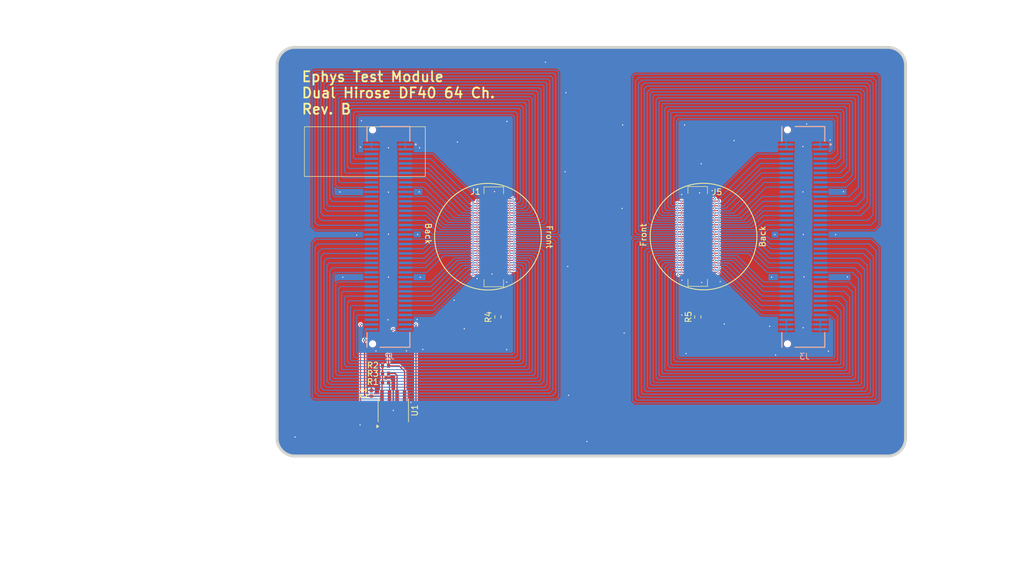
<source format=kicad_pcb>
(kicad_pcb (version 20241229) (generator "pcbnew") (generator_version "9.0")
  (title_block (title "Ephys Test Module - 128 Channel (Dual Hirose DF40C)") (rev "A") (company "Open Ephys, Inc."))
  (layers (0 "F.Cu" signal) (2 "B.Cu" signal) (13 "F.Paste" user) (15 "B.Paste" user) (5 "F.SilkS" user "F.Silkscreen") (7 "B.SilkS" user "B.Silkscreen") (1 "F.Mask" user) (3 "B.Mask" user) (25 "Edge.Cuts" user))
  (net 0 "")
  (net 1 "GND")
  (net 2 "VCC")
  (net 3 "/Headstage Interface/B7.E_{7}")
  (net 4 "/Headstage Interface/B5.E_{0}")
  (net 5 "/Headstage Interface/B5.E_{2}")
  (net 6 "/Headstage Interface/B7.E_{3}")
  (net 7 "/Headstage Interface/B7.E_{1}")
  (net 8 "/Headstage Interface/B5.E_{5}")
  (net 9 "/Headstage Interface/B4.E_{7}")
  (net 10 "/Headstage Interface/B4.E_{5}")
  (net 11 "/Headstage Interface/B4.E_{2}")
  (net 12 "/Headstage Interface/B6.E_{2}")
  (net 14 "/Headstage Interface/B4.E_{3}")
  (net 15 "/Headstage Interface/B7.E_{5}")
  (net 16 "/Headstage Interface/B7.E_{0}")
  (net 17 "/Headstage Interface/B7.E_{4}")
  (net 18 "/Headstage Interface/B4.E_{6}")
  (net 19 "/Headstage Interface/B6.E_{5}")
  (net 20 "/Headstage Interface/B7.E_{6}")
  (net 21 "/Headstage Interface/B7.E_{2}")
  (net 22 "/Headstage Interface/B5.E_{7}")
  (net 23 "/Headstage Interface/B6.E_{7}")
  (net 24 "/Headstage Interface/B6.E_{0}")
  (net 25 "/Headstage Interface/B5.E_{1}")
  (net 26 "/Headstage Interface/B4.E_{4}")
  (net 27 "/Headstage Interface/B4.E_{0}")
  (net 28 "/Headstage Interface/REF")
  (net 29 "/Headstage Interface/B6.E_{6}")
  (net 30 "/Headstage Interface/B6.E_{1}")
  (net 31 "/Headstage Interface/B5.E_{6}")
  (net 32 "/Headstage Interface/B6.E_{4}")
  (net 33 "/Headstage Interface/B5.E_{4}")
  (net 34 "/Headstage Interface/B5.E_{3}")
  (net 35 "/Headstage Interface/B4.E_{1}")
  (net 36 "/Headstage Interface/B6.E_{3}")
  (net 37 "/Headstage Interface/B1.E_{3}")
  (net 38 "/Headstage Interface/B1.E_{6}")
  (net 39 "/Headstage Interface/B1.E_{4}")
  (net 40 "/Headstage Interface/B0.E_{7}")
  (net 41 "/Headstage Interface/B0.E_{6}")
  (net 42 "/Headstage Interface/B0.E_{1}")
  (net 43 "/Headstage Interface/B3.E_{3}")
  (net 44 "/Headstage Interface/B1.E_{5}")
  (net 45 "/Headstage Interface/B0.E_{4}")
  (net 46 "/Headstage Interface/B2.E_{4}")
  (net 47 "/Headstage Interface/B0.E_{3}")
  (net 48 "/Headstage Interface/B0.E_{2}")
  (net 49 "/Headstage Interface/B2.E_{3}")
  (net 50 "/Headstage Interface/B3.E_{6}")
  (net 51 "/Headstage Interface/B3.E_{2}")
  (net 52 "/Headstage Interface/B2.E_{1}")
  (net 53 "/Headstage Interface/B3.E_{1}")
  (net 54 "/Headstage Interface/B3.E_{0}")
  (net 55 "/Headstage Interface/B2.E_{2}")
  (net 56 "/Headstage Interface/B1.E_{1}")
  (net 57 "/Headstage Interface/B2.E_{5}")
  (net 58 "/Headstage Interface/B3.E_{5}")
  (net 59 "/Headstage Interface/B0.E_{0}")
  (net 60 "/Headstage Interface/B1.E_{0}")
  (net 61 "/Headstage Interface/B3.E_{4}")
  (net 62 "/Headstage Interface/B2.E_{0}")
  (net 63 "/Headstage Interface/B1.E_{7}")
  (net 64 "/Headstage Interface/B2.E_{6}")
  (net 65 "/Headstage Interface/B2.E_{7}")
  (net 66 "/Headstage Interface/B3.E_{7}")
  (net 67 "/Headstage Interface/B1.E_{2}")
  (net 68 "/Headstage Interface/B0.E_{5}")
  (net 69 "/Headstage Interface/B8.E_{2}")
  (net 70 "/Test Signal Interface/SDA")
  (net 71 "/Headstage Interface/B10.E_{4}")
  (net 72 "/Headstage Interface/B8.E_{7}")
  (net 73 "/Test Signal Interface/SCL")
  (net 74 "/Headstage Interface/B8.E_{3}")
  (net 75 "/Headstage Interface/B11.E_{5}")
  (net 76 "/Headstage Interface/B8.E_{4}")
  (net 77 "/Headstage Interface/B9.E_{1}")
  (net 78 "/Headstage Interface/B8.E_{0}")
  (net 79 "/Headstage Interface/B9.E_{0}")
  (net 80 "/Headstage Interface/B9.E_{5}")
  (net 81 "/Headstage Interface/B10.E_{3}")
  (net 82 "/Headstage Interface/B11.E_{4}")
  (net 83 "/Headstage Interface/B10.E_{1}")
  (net 84 "/Headstage Interface/B10.E_{2}")
  (net 85 "/Headstage Interface/B10.E_{7}")
  (net 86 "/Headstage Interface/B9.E_{3}")
  (net 87 "/Headstage Interface/B9.E_{4}")
  (net 88 "/Headstage Interface/B11.E_{0}")
  (net 89 "/Headstage Interface/B11.E_{6}")
  (net 90 "/Headstage Interface/B9.E_{6}")
  (net 91 "/Headstage Interface/B8.E_{1}")
  (net 92 "/Headstage Interface/B11.E_{1}")
  (net 93 "/Headstage Interface/B8.E_{6}")
  (net 94 "/Headstage Interface/B11.E_{3}")
  (net 95 "/Headstage Interface/B9.E_{7}")
  (net 96 "/Headstage Interface/B9.E_{2}")
  (net 97 "/Headstage Interface/B8.E_{5}")
  (net 98 "/Headstage Interface/B11.E_{7}")
  (net 99 "/Headstage Interface/B10.E_{6}")
  (net 100 "/Headstage Interface/B10.E_{0}")
  (net 101 "/Headstage Interface/B10.E_{5}")
  (net 102 "/Headstage Interface/B11.E_{2}")
  (net 103 "/Test Signal Interface/WP")
  (net 107 "/Headstage Interface/B15.E_{2}")
  (net 108 "/Headstage Interface/B15.E_{0}")
  (net 109 "/Headstage Interface/B15.E_{3}")
  (net 110 "/Headstage Interface/B15.E_{1}")
  (net 111 "/Headstage Interface/B15.E_{4}")
  (net 112 "/Headstage Interface/B15.E_{7}")
  (net 113 "/Headstage Interface/B15.E_{5}")
  (net 114 "/Headstage Interface/B15.E_{6}")
  (net 115 "/Headstage Interface/B14.E_{6}")
  (net 116 "/Headstage Interface/B12.E_{1}")
  (net 117 "/Headstage Interface/B14.E_{7}")
  (net 118 "/Headstage Interface/B12.E_{0}")
  (net 119 "/Headstage Interface/B13.E_{5}")
  (net 120 "/Headstage Interface/B12.E_{2}")
  (net 121 "/Headstage Interface/B12.E_{4}")
  (net 122 "/Headstage Interface/B12.E_{6}")
  (net 123 "/Headstage Interface/B13.E_{7}")
  (net 124 "/Headstage Interface/B13.E_{6}")
  (net 125 "/Headstage Interface/B12.E_{5}")
  (net 126 "/Headstage Interface/B14.E_{3}")
  (net 127 "/Headstage Interface/B13.E_{1}")
  (net 128 "/Headstage Interface/B14.E_{0}")
  (net 129 "/Headstage Interface/B14.E_{4}")
  (net 130 "/Headstage Interface/B13.E_{3}")
  (net 131 "/Headstage Interface/B14.E_{2}")
  (net 132 "/Headstage Interface/B14.E_{1}")
  (net 133 "/Headstage Interface/B13.E_{4}")
  (net 134 "/Headstage Interface/B13.E_{0}")
  (net 135 "/Headstage Interface/B14.E_{5}")
  (net 136 "/Headstage Interface/B13.E_{2}")
  (net 137 "/Headstage Interface/B12.E_{3}")
  (net 138 "/Headstage Interface/B12.E_{7}")
  (net 142 "/Headstage Interface/REF2")
  (footprint "Resistor_SMD:R_0402_1005Metric" (layer "F.Cu") (at 120.27 123.05)
    (property "Reference" "R3")
    (property "Value" "1k" (hide yes))
  )
  (footprint "Resistor_SMD:R_0603_1608Metric" (layer "F.Cu") (at 139.225 113.525 -90)
    (property "Reference" "R4")
    (property "Value" "0R")
  )
  (footprint "LOGO" (layer "F.Cu") (at 194.94 78)
    (property "Reference" "G***" (hide yes))
    (property "Value" "LOGO" (hide yes))
  )
  (footprint "_footprint Lib:HIROSE_DF40C(2.0)-70DS-0.4V(51)" (layer "F.Cu") (at 138.5265 99.9615 -90)
    (property "Reference" "J1")
    (property "Value" "DF40C(2.0)-70DS-0.4V(51)" (hide yes))
  )
  (footprint "Resistor_SMD:R_0402_1005Metric" (layer "F.Cu") (at 120.27 124.55)
    (property "Reference" "R1")
    (property "Value" "1k" (hide yes))
  )
  (footprint "_footprint Lib:OEPS_SN-STICKER-8x20mm" (layer "F.Cu") (at 116.7713 85.6)
    (property "Reference" "H1" (hide yes))
    (property "Value" "SN" (hide yes))
  )
  (footprint "Package_SO:SOIC-8_3.9x4.9mm_P1.27mm" (layer "F.Cu") (at 121.57 129.3 90)
    (property "Reference" "U1")
    (property "Value" "AT24C64D-SSHM-T" (hide yes))
  )
  (footprint "Resistor_SMD:R_0402_1005Metric" (layer "F.Cu") (at 120.26 121.8)
    (property "Reference" "R2")
    (property "Value" "1k" (hide yes))
  )
  (footprint "Capacitor_SMD:C_0402_1005Metric" (layer "F.Cu") (at 117.87 126.4 90)
    (property "Reference" "C1")
    (property "Value" "100n")
  )
  (footprint "_footprint Lib:HIROSE_DF40C(2.0)-70DS-0.4V(51)" (layer "F.Cu") (at 172.93575 99.95 90)
    (property "Reference" "J5")
    (property "Value" "DF40C(2.0)-70DS-0.4V(51)" (hide yes))
  )
  (footprint "Resistor_SMD:R_0603_1608Metric" (layer "F.Cu") (at 172.95075 113.525 -90)
    (property "Reference" "R5")
    (property "Value" "0R")
  )
  (footprint "_footprint Lib:SAMTEC_BSE-040-01-X-D-A" (layer "B.Cu") (at 120.75 100 -90)
    (property "Reference" "J2")
    (property "Value" "BSE-040-01-F-D-A-TR" (hide yes))
  )
  (footprint "_footprint Lib:SAMTEC_BSE-040-01-X-D-A" (layer "B.Cu") (at 190.75075 100 -90)
    (property "Reference" "J3")
    (property "Value" "BSE-040-01-F-D-A-TR" (hide yes))
  )
  (gr_circle (center 137.54 99.97) (end 146.54 99.97) (stroke (width 0.15)) (fill no) (layer "F.SilkS"))
  (gr_circle (center 173.91575 99.95) (end 182.91575 99.95) (stroke (width 0.15)) (fill no) (layer "F.SilkS"))
  (gr_line (start 205 137) (end 104.9713 137) (stroke (width 0.5)) (layer "Edge.Cuts"))
  (gr_line (start 101.9713 71) (end 101.9713 134) (stroke (width 0.5)) (layer "Edge.Cuts"))
  (gr_arc (start 104.9713 137) (mid 102.84998 136.12132) (end 101.9713 134) (stroke (width 0.5)) (layer "Edge.Cuts"))
  (gr_arc (start 205 68) (mid 207.12132 68.87868) (end 208 71) (stroke (width 0.5)) (layer "Edge.Cuts"))
  (gr_arc (start 208 134) (mid 207.12132 136.12132) (end 205 137) (stroke (width 0.5)) (layer "Edge.Cuts"))
  (gr_arc (start 101.9713 71) (mid 102.84998 68.87868) (end 104.9713 68) (stroke (width 0.5)) (layer "Edge.Cuts"))
  (gr_line (start 104.9713 68) (end 205 68) (stroke (width 0.5)) (layer "Edge.Cuts"))
  (gr_line (start 208 71) (end 208 134) (stroke (width 0.5)) (layer "Edge.Cuts"))
  (gr_text "Front" (at 147.32 100.01 270) (layer "F.SilkS") (effects (font (size 1 1)) (justify bottom)))
  (gr_text "Back" (at 126.89 99.45 270) (layer "F.SilkS") (effects (font (size 1 1)) (justify bottom)))
  (gr_text "Ephys Test Module\nDual Hirose DF40 64 Ch.\nRev. B\n" (at 105.9713 75.7 0) (layer "F.SilkS") (effects (font (size 1.7 1.7) (thickness 0.3) (bold yes)) (justify left)))
  (gr_text "Back" (at 184.45575 99.95 90) (layer "F.SilkS") (effects (font (size 1 1)) (justify bottom)))
  (gr_text "Front" (at 164.36575 99.68 90) (layer "F.SilkS") (effects (font (size 1 1)) (justify bottom)))
  (via (at 173.25075 92.575) (size 0.4) (drill 0.2) (layers "F.Cu" "B.Cu") (net 1))
  (via (at 185.40075 106.8) (size 0.4) (drill 0.2) (layers "F.Cu" "B.Cu") (net 1))
  (via (at 195.27575 83.65) (size 0.4) (drill 0.2) (layers "F.Cu" "B.Cu") (net 1))
  (via (at 115.4 99.7) (size 0.4) (drill 0.2) (layers "F.Cu" "B.Cu") (net 1))
  (via (at 177.42575 114.7) (size 0.4) (drill 0.2) (layers "F.Cu" "B.Cu") (net 1))
  (via (at 190.72575 115.35) (size 0.4) (drill 0.2) (layers "F.Cu" "B.Cu") (net 1))
  (via (at 186.07575 119.95) (size 0.4) (drill 0.2) (layers "F.Cu" "B.Cu") (net 1))
  (via (at 170.97575 119.7) (size 0.4) (drill 0.2) (layers "F.Cu" "B.Cu") (net 1))
  (via (at 190.75075 99.6) (size 0.4) (drill 0.2) (layers "F.Cu" "B.Cu") (net 1))
  (via (at 120.75 84.95) (size 0.4) (drill 0.2) (layers "F.Cu" "B.Cu") (net 1))
  (via (at 116.2 80.4) (size 0.4) (drill 0.2) (layers "F.Cu" "B.Cu") (net 1))
  (via (at 170.72575 81.1) (size 0.4) (drill 0.2) (layers "F.Cu" "B.Cu") (net 1))
  (via (at 115.97 131.75) (size 0.4) (drill 0.2) (layers "F.Cu" "B.Cu") (net 1))
  (via (at 176.72575 107.56) (size 0.4) (drill 0.2) (layers "F.Cu" "B.Cu") (net 1))
  (via (at 190.67575 92.4) (size 0.4) (drill 0.2) (layers "F.Cu" "B.Cu") (net 1))
  (via (at 179.07575 83.75) (size 0.4) (drill 0.2) (layers "F.Cu" "B.Cu") (net 1))
  (via (at 135.7 107.05) (size 0.4) (drill 0.2) (layers "F.Cu" "B.Cu") (net 1))
  (via (at 170.26 113.19) (size 0.4) (drill 0.2) (layers "F.Cu" "B.Cu") (net 1))
  (via (at 126.55 119) (size 0.4) (drill 0.2) (layers "F.Cu" "B.Cu") (net 1))
  (via (at 118.65 119.25) (size 0.4) (drill 0.2) (layers "F.Cu" "B.Cu") (net 1))
  (via (at 138.65 92.35) (size 0.4) (drill 0.2) (layers "F.Cu" "B.Cu") (net 1))
  (via (at 120.75 92.45) (size 0.4) (drill 0.2) (layers "F.Cu" "B.Cu") (net 1))
  (via (at 160.17575 95.2) (size 0.4) (drill 0.2) (layers "F.Cu" "B.Cu") (net 1))
  (via (at 160.27575 81.1) (size 0.4) (drill 0.2) (layers "F.Cu" "B.Cu") (net 1))
  (via (at 185.95075 99.6) (size 0.4) (drill 0.2) (layers "F.Cu" "B.Cu") (net 1))
  (via (at 191.32575 80.95) (size 0.4) (drill 0.2) (layers "F.Cu" "B.Cu") (net 1))
  (via (at 196.20075 99.6) (size 0.4) (drill 0.2) (layers "F.Cu" "B.Cu") (net 1))
  (via (at 140.7 107.65) (size 0.4) (drill 0.2) (layers "F.Cu" "B.Cu") (net 1))
  (via (at 147.25 70.5) (size 0.4) (drill 0.2) (layers "F.Cu" "B.Cu") (net 1))
  (via (at 190.87575 106.75) (size 0.4) (drill 0.2) (layers "F.Cu" "B.Cu") (net 1))
  (via (at 125.675 99.6) (size 0.4) (drill 0.2) (layers "F.Cu" "B.Cu") (net 1))
  (via (at 150.7 75.65) (size 0.4) (drill 0.2) (layers "F.Cu" "B.Cu") (net 1))
  (via (at 123.8 119.25) (size 0.4) (drill 0.2) (layers "F.Cu" "B.Cu") (net 1))
  (via (at 124.55 127.95) (size 0.4) (drill 0.2) (layers "F.Cu" "B.Cu") (net 1))
  (via (at 140.7 119.05) (size 0.4) (drill 0.2) (layers "F.Cu" "B.Cu") (net 1))
  (via (at 151.143982 126.748325) (size 0.4) (drill 0.2) (layers "F.Cu" "B.Cu") (net 1))
  (via (at 175.37575 92.2) (size 0.4) (drill 0.2) (layers "F.Cu" "B.Cu") (net 1))
  (via (at 194.97575 119.3) (size 0.4) (drill 0.2) (layers "F.Cu" "B.Cu") (net 1))
  (via (at 150.55 89) (size 0.4) (drill 0.2) (layers "F.Cu" "B.Cu") (net 1))
  (via (at 121.57 129.3) (size 0.4) (drill 0.2) (layers "F.Cu" "B.Cu") (net 1))
  (via (at 154.25 134.55) (size 0.4) (drill 0.2) (layers "F.Cu" "B.Cu") (net 1))
  (via (at 120.75 106.8) (size 0.4) (drill 0.2) (layers "F.Cu" "B.Cu") (net 1))
  (via (at 185.07575 115.1) (size 0.4) (drill 0.2) (layers "F.Cu" "B.Cu") (net 1))
  (via (at 170.22575 92.85) (size 0.4) (drill 0.2) (layers "F.Cu" "B.Cu") (net 1))
  (via (at 173.60575 107.71) (size 0.4) (drill 0.2) (layers "F.Cu" "B.Cu") (net 1))
  (via (at 120.7 114) (size 0.4) (drill 0.2) (layers "F.Cu" "B.Cu") (net 1))
  (via (at 190.67575 84.75) (size 0.4) (drill 0.2) (layers "F.Cu" "B.Cu") (net 1))
  (via (at 138.24 106.29) (size 0.4) (drill 0.2) (layers "F.Cu" "B.Cu") (net 1))
  (via (at 125.6 113.95) (size 0.4) (drill 0.2) (layers "F.Cu" "B.Cu") (net 1))
  (via (at 197.52575 92.375) (size 0.4) (drill 0.2) (layers "F.Cu" "B.Cu") (net 1))
  (via (at 132.4 84) (size 0.4) (drill 0.2) (layers "F.Cu" "B.Cu") (net 1))
  (via (at 126 84.95) (size 0.4) (drill 0.2) (layers "F.Cu" "B.Cu") (net 1))
  (via (at 120.75 99.55) (size 0.4) (drill 0.2) (layers "F.Cu" "B.Cu") (net 1))
  (via (at 151 105) (size 0.4) (drill 0.2) (layers "F.Cu" "B.Cu") (net 1))
  (via (at 198.20075 106.775) (size 0.4) (drill 0.2) (layers "F.Cu" "B.Cu") (net 1))
  (via (at 173.52575 87.65) (size 0.4) (drill 0.2) (layers "F.Cu" "B.Cu") (net 1))
  (via (at 170.27575 107.3) (size 0.4) (drill 0.2) (layers "F.Cu" "B.Cu") (net 1))
  (via (at 116 84.85) (size 0.4) (drill 0.2) (layers "F.Cu" "B.Cu") (net 1))
  (via (at 125.95 92.4) (size 0.4) (drill 0.2) (layers "F.Cu" "B.Cu") (net 1))
  (via (at 105 133.8) (size 0.4) (drill 0.2) (layers "F.Cu" "B.Cu") (net 1))
  (via (at 126.125 106.825) (size 0.4) (drill 0.2) (layers "F.Cu" "B.Cu") (net 1))
  (via (at 113.05 106.8) (size 0.4) (drill 0.2) (layers "F.Cu" "B.Cu") (net 1))
  (via (at 131.825 110.7) (size 0.4) (drill 0.2) (layers "F.Cu" "B.Cu") (net 1))
  (via (at 112.575 92.418304) (size 0.4) (drill 0.2) (layers "F.Cu" "B.Cu") (net 1))
  (via (at 140.75 80.5) (size 0.4) (drill 0.2) (layers "F.Cu" "B.Cu") (net 1))
  (via (at 133.55 115.525) (size 0.4) (drill 0.2) (layers "F.Cu" "B.Cu") (net 1))
  (via (at 160.52575 116.25) (size 0.4) (drill 0.2) (layers "F.Cu" "B.Cu") (net 1))
  (segment (start 119.76 124.7) (end 119.76 123.05) (width 0.22) (layer "F.Cu") (net 2))
  (segment (start 119.75 121.8) (end 119.75 123.04) (width 0.22) (layer "F.Cu") (net 2))
  (segment (start 119.665 124.795) (end 119.76 124.7) (width 0.22) (layer "F.Cu") (net 2))
  (segment (start 119.665 126.825) (end 119.59 126.9) (width 0.22) (layer "F.Cu") (net 2))
  (segment (start 116.97 126.9) (end 116.72 126.65) (width 0.22) (layer "F.Cu") (net 2))
  (segment (start 119.59 126.9) (end 116.97 126.9) (width 0.22) (layer "F.Cu") (net 2))
  (segment (start 116.72 117.48) (end 116.75 117.45) (width 0.22) (layer "F.Cu") (net 2))
  (segment (start 119.75 123.04) (end 119.76 123.05) (width 0.22) (layer "F.Cu") (net 2))
  (segment (start 116.72 126.65) (end 116.72 117.48) (width 0.22) (layer "F.Cu") (net 2))
  (segment (start 119.665 126.825) (end 119.665 124.795) (width 0.22) (layer "F.Cu") (net 2))
  (via (at 116.75 117.45) (size 0.55) (drill 0.22) (layers "F.Cu" "B.Cu") (net 2))
  (segment (start 116.75 117.45) (end 116.75 115.95) (width 0.22) (layer "B.Cu") (net 2))
  (segment (start 116.75 115.95) (end 117.1 115.6) (width 0.22) (layer "B.Cu") (net 2))
  (segment (start 117.1 115.6) (end 117.8865 115.6) (width 0.22) (layer "B.Cu") (net 2))
  (segment (start 135.038 106.3615) (end 135.0265 106.35) (width 0.15) (layer "F.Cu") (net 3))
  (segment (start 136.9865 106.35) (end 136.975 106.3615) (width 0.15) (layer "F.Cu") (net 3))
  (segment (start 136.975 106.3615) (end 135.038 106.3615) (width 0.15) (layer "F.Cu") (net 3))
  (via (at 135.0265 106.3615) (size 0.4) (drill 0.2) (layers "F.Cu" "B.Cu") (net 3))
  (segment (start 123.6135 113.2) (end 128.188 113.2) (width 0.15) (layer "B.Cu") (net 3))
  (segment (start 128.188 113.2) (end 135.0265 106.3615) (width 0.15) (layer "B.Cu") (net 3))
  (segment (start 136.9865 97.15) (end 135.7265 97.15) (width 0.15) (layer "F.Cu") (net 4))
  (via (at 135.7265 97.1615) (size 0.4) (drill 0.2) (layers "F.Cu" "B.Cu") (net 4))
  (segment (start 131.2865 97.1615) (end 127.325 93.2) (width 0.15) (layer "B.Cu") (net 4))
  (segment (start 127.325 93.2) (end 123.6135 93.2) (width 0.15) (layer "B.Cu") (net 4))
  (segment (start 135.7265 97.1615) (end 131.2865 97.1615) (width 0.15) (layer "B.Cu") (net 4))
  (segment (start 136.9865 97.95) (end 135.7265 97.95) (width 0.15) (layer "F.Cu") (net 5))
  (via (at 135.7265 97.9615) (size 0.4) (drill 0.2) (layers "F.Cu" "B.Cu") (net 5))
  (segment (start 135.7265 97.9615) (end 130.1865 97.9615) (width 0.15) (layer "B.Cu") (net 5))
  (segment (start 127.025 94.8) (end 123.6135 94.8) (width 0.15) (layer "B.Cu") (net 5))
  (segment (start 130.1865 97.9615) (end 127.025 94.8) (width 0.15) (layer "B.Cu") (net 5))
  (segment (start 135.102 104.7615) (end 135.075 104.7885) (width 0.15) (layer "F.Cu") (net 6))
  (segment (start 136.975 104.7615) (end 135.102 104.7615) (width 0.15) (layer "F.Cu") (net 6))
  (segment (start 136.9865 104.75) (end 136.975 104.7615) (width 0.15) (layer "F.Cu") (net 6))
  (via (at 135.06 104.77) (size 0.4) (drill 0.2) (layers "F.Cu" "B.Cu") (net 6))
  (segment (start 135.03 104.8) (end 133.25 104.8) (width 0.15) (layer "B.Cu") (net 6))
  (segment (start 135.06 104.77) (end 135.03 104.8) (width 0.15) (layer "B.Cu") (net 6))
  (segment (start 128.05 110) (end 123.6135 110) (width 0.15) (layer "B.Cu") (net 6))
  (segment (start 133.25 104.8) (end 128.05 110) (width 0.15) (layer "B.Cu") (net 6))
  (segment (start 135.038 103.9615) (end 135.0265 103.95) (width 0.15) (layer "F.Cu") (net 7))
  (segment (start 136.975 103.9615) (end 135.038 103.9615) (width 0.15) (layer "F.Cu") (net 7))
  (segment (start 136.9865 103.95) (end 136.975 103.9615) (width 0.15) (layer "F.Cu") (net 7))
  (via (at 135.025 103.975) (size 0.4) (drill 0.2) (layers "F.Cu" "B.Cu") (net 7))
  (segment (start 127.925 108.4) (end 123.6135 108.4) (width 0.15) (layer "B.Cu") (net 7))
  (segment (start 132.35 103.975) (end 127.925 108.4) (width 0.15) (layer "B.Cu") (net 7))
  (segment (start 135.013 103.975) (end 132.35 103.975) (width 0.15) (layer "B.Cu") (net 7))
  (segment (start 135.036461 99.159961) (end 135.0265 99.15) (width 0.15) (layer "F.Cu") (net 8))
  (segment (start 136.9865 99.15) (end 136.976539 99.159961) (width 0.15) (layer "F.Cu") (net 8))
  (segment (start 136.976539 99.159961) (end 135.036461 99.159961) (width 0.15) (layer "F.Cu") (net 8))
  (via (at 135.041004 99.160053) (size 0.4) (drill 0.2) (layers "F.Cu" "B.Cu") (net 8))
  (segment (start 126.95 97.2) (end 123.6135 97.2) (width 0.15) (layer "B.Cu") (net 8))
  (segment (start 135.027947 99.160053) (end 135.013 99.175) (width 0.15) (layer "B.Cu") (net 8))
  (segment (start 135.041004 99.160053) (end 135.027947 99.160053) (width 0.15) (layer "B.Cu") (net 8))
  (segment (start 135.013 99.175) (end 128.925 99.175) (width 0.15) (layer "B.Cu") (net 8))
  (segment (start 128.925 99.175) (end 126.95 97.2) (width 0.15) (layer "B.Cu") (net 8))
  (segment (start 135.037285 96.760785) (end 135.0265 96.75) (width 0.15) (layer "F.Cu") (net 9))
  (segment (start 136.975715 96.760785) (end 135.037285 96.760785) (width 0.15) (layer "F.Cu") (net 9))
  (segment (start 136.9865 96.75) (end 136.975715 96.760785) (width 0.15) (layer "F.Cu") (net 9))
  (via (at 135.0265 96.7615) (size 0.4) (drill 0.2) (layers "F.Cu" "B.Cu") (net 9))
  (segment (start 123.6135 91.6) (end 126.65 91.6) (width 0.15) (layer "B.Cu") (net 9))
  (segment (start 131.8115 96.7615) (end 135.0265 96.7615) (width 0.15) (layer "B.Cu") (net 9))
  (segment (start 126.65 91.6) (end 131.8115 96.7615) (width 0.15) (layer "B.Cu") (net 9))
  (segment (start 136.9865 95.95) (end 136.971459 95.965041) (width 0.15) (layer "F.Cu") (net 10))
  (segment (start 135.041541 95.965041) (end 135.0265 95.95) (width 0.15) (layer "F.Cu") (net 10))
  (segment (start 136.971459 95.965041) (end 135.041541 95.965041) (width 0.15) (layer "F.Cu") (net 10))
  (via (at 135.0265 95.9615) (size 0.4) (drill 0.2) (layers "F.Cu" "B.Cu") (net 10))
  (segment (start 123.6135 90) (end 127.175 90) (width 0.15) (layer "B.Cu") (net 10))
  (segment (start 127.175 90) (end 133.1365 95.9615) (width 0.15) (layer "B.Cu") (net 10))
  (segment (start 133.1365 95.9615) (end 135.0265 95.9615) (width 0.15) (layer "B.Cu") (net 10))
  (segment (start 136.9865 94.75) (end 135.7265 94.75) (width 0.15) (layer "F.Cu") (net 11))
  (via (at 135.7265 94.7615) (size 0.4) (drill 0.2) (layers "F.Cu" "B.Cu") (net 11))
  (segment (start 127.6 87.6) (end 134.7615 94.7615) (width 0.15) (layer "B.Cu") (net 11))
  (segment (start 123.6135 87.6) (end 127.6 87.6) (width 0.15) (layer "B.Cu") (net 11))
  (segment (start 134.7615 94.7615) (end 135.7265 94.7615) (width 0.15) (layer "B.Cu") (net 11))
  (segment (start 136.9865 101.15) (end 135.7265 101.15) (width 0.15) (layer "F.Cu") (net 12))
  (via (at 135.7265 101.1615) (size 0.4) (drill 0.2) (layers "F.Cu" "B.Cu") (net 12))
  (segment (start 126.6 102) (end 123.6135 102) (width 0.15) (layer "B.Cu") (net 12))
  (segment (start 135.7265 101.1615) (end 135.725 101.16) (width 0.15) (layer "B.Cu") (net 12))
  (segment (start 127.44 101.16) (end 126.6 102) (width 0.15) (layer "B.Cu") (net 12))
  (segment (start 135.725 101.16) (end 127.44 101.16) (width 0.15) (layer "B.Cu") (net 12))
  (segment (start 136.975097 95.161403) (end 135.037903 95.161403) (width 0.15) (layer "F.Cu") (net 14))
  (segment (start 135.037903 95.161403) (end 135.0265 95.15) (width 0.15) (layer "F.Cu") (net 14))
  (segment (start 136.9865 95.15) (end 136.975097 95.161403) (width 0.15) (layer "F.Cu") (net 14))
  (via (at 135.0265 95.1615) (size 0.4) (drill 0.2) (layers "F.Cu" "B.Cu") (net 14))
  (segment (start 134.2365 95.1615) (end 135.0265 95.1615) (width 0.15) (layer "B.Cu") (net 14))
  (segment (start 123.6135 88.4) (end 127.475 88.4) (width 0.15) (layer "B.Cu") (net 14))
  (segment (start 127.475 88.4) (end 134.2365 95.1615) (width 0.15) (layer "B.Cu") (net 14))
  (segment (start 135.038 105.5615) (end 135.0265 105.55) (width 0.15) (layer "F.Cu") (net 15))
  (segment (start 136.9865 105.55) (end 136.975 105.5615) (width 0.15) (layer "F.Cu") (net 15))
  (segment (start 136.975 105.5615) (end 135.038 105.5615) (width 0.15) (layer "F.Cu") (net 15))
  (via (at 135.0265 105.5615) (size 0.4) (drill 0.2) (layers "F.Cu" "B.Cu") (net 15))
  (segment (start 134.275 105.575) (end 135.013 105.575) (width 0.15) (layer "B.Cu") (net 15))
  (segment (start 123.6135 111.6) (end 128.25 111.6) (width 0.15) (layer "B.Cu") (net 15))
  (segment (start 128.25 111.6) (end 134.275 105.575) (width 0.15) (layer "B.Cu") (net 15))
  (segment (start 136.9865 103.55) (end 135.7265 103.55) (width 0.15) (layer "F.Cu") (net 16))
  (via (at 135.7265 103.5615) (size 0.4) (drill 0.2) (layers "F.Cu" "B.Cu") (net 16))
  (segment (start 135.713 103.575) (end 131.9 103.575) (width 0.15) (layer "B.Cu") (net 16))
  (segment (start 131.9 103.575) (end 127.875 107.6) (width 0.15) (layer "B.Cu") (net 16))
  (segment (start 127.875 107.6) (end 123.6135 107.6) (width 0.15) (layer "B.Cu") (net 16))
  (segment (start 135.7265 103.5615) (end 135.713 103.575) (width 0.15) (layer "B.Cu") (net 16))
  (segment (start 136.9865 105.15) (end 135.7265 105.15) (width 0.15) (layer "F.Cu") (net 17))
  (via (at 135.7265 105.1615) (size 0.4) (drill 0.2) (layers "F.Cu" "B.Cu") (net 17))
  (segment (start 135.7265 105.1615) (end 135.72205 105.16595) (width 0.15) (layer "B.Cu") (net 17))
  (segment (start 133.75905 105.16595) (end 128.125 110.8) (width 0.15) (layer "B.Cu") (net 17))
  (segment (start 128.125 110.8) (end 123.6135 110.8) (width 0.15) (layer "B.Cu") (net 17))
  (segment (start 135.72205 105.16595) (end 133.75905 105.16595) (width 0.15) (layer "B.Cu") (net 17))
  (segment (start 136.9865 96.35) (end 135.7265 96.35) (width 0.15) (layer "F.Cu") (net 18))
  (via (at 135.7265 96.3615) (size 0.4) (drill 0.2) (layers "F.Cu" "B.Cu") (net 18))
  (segment (start 126.95 90.8) (end 132.5115 96.3615) (width 0.15) (layer "B.Cu") (net 18))
  (segment (start 123.6135 90.8) (end 126.95 90.8) (width 0.15) (layer "B.Cu") (net 18))
  (segment (start 132.5115 96.3615) (end 135.7265 96.3615) (width 0.15) (layer "B.Cu") (net 18))
  (segment (start 136.9865 102.35) (end 136.975 102.3615) (width 0.15) (layer "F.Cu") (net 19))
  (segment (start 136.975 102.3615) (end 135.038 102.3615) (width 0.15) (layer "F.Cu") (net 19))
  (segment (start 135.038 102.3615) (end 135.0265 102.35) (width 0.15) (layer "F.Cu") (net 19))
  (via (at 135.0265 102.3615) (size 0.4) (drill 0.2) (layers "F.Cu" "B.Cu") (net 19))
  (segment (start 126.95 104.4) (end 123.6135 104.4) (width 0.15) (layer "B.Cu") (net 19))
  (segment (start 135.013 102.375) (end 128.975 102.375) (width 0.15) (layer "B.Cu") (net 19))
  (segment (start 135.0265 102.3615) (end 135.013 102.375) (width 0.15) (layer "B.Cu") (net 19))
  (segment (start 128.975 102.375) (end 126.95 104.4) (width 0.15) (layer "B.Cu") (net 19))
  (segment (start 136.9865 105.95) (end 135.7265 105.95) (width 0.15) (layer "F.Cu") (net 20))
  (via (at 135.7265 105.9615) (size 0.4) (drill 0.2) (layers "F.Cu" "B.Cu") (net 20))
  (segment (start 134.7135 105.9615) (end 135.7265 105.9615) (width 0.15) (layer "B.Cu") (net 20))
  (segment (start 128.275 112.4) (end 134.7135 105.9615) (width 0.15) (layer "B.Cu") (net 20))
  (segment (start 123.6135 112.4) (end 128.275 112.4) (width 0.15) (layer "B.Cu") (net 20))
  (segment (start 136.9865 104.35) (end 135.7265 104.35) (width 0.15) (layer "F.Cu") (net 21))
  (via (at 135.7265 104.3615) (size 0.4) (drill 0.2) (layers "F.Cu" "B.Cu") (net 21))
  (segment (start 127.9 109.2) (end 123.6135 109.2) (width 0.15) (layer "B.Cu") (net 21))
  (segment (start 135.713 104.375) (end 132.725 104.375) (width 0.15) (layer "B.Cu") (net 21))
  (segment (start 135.7265 104.3615) (end 135.713 104.375) (width 0.15) (layer "B.Cu") (net 21))
  (segment (start 132.725 104.375) (end 127.9 109.2) (width 0.15) (layer "B.Cu") (net 21))
  (segment (start 136.973975 99.962525) (end 135.039025 99.962525) (width 0.15) (layer "F.Cu") (net 22))
  (segment (start 136.9865 99.95) (end 136.973975 99.962525) (width 0.15) (layer "F.Cu") (net 22))
  (segment (start 135.039025 99.962525) (end 135.0265 99.95) (width 0.15) (layer "F.Cu") (net 22))
  (via (at 135.0265 99.9615) (size 0.4) (drill 0.2) (layers "F.Cu" "B.Cu") (net 22))
  (segment (start 135.013 99.975) (end 135.0265 99.9615) (width 0.15) (layer "B.Cu") (net 22))
  (segment (start 126.35 98.8) (end 127.525 99.975) (width 0.15) (layer "B.Cu") (net 22))
  (segment (start 123.6135 98.8) (end 126.35 98.8) (width 0.15) (layer "B.Cu") (net 22))
  (segment (start 127.525 99.975) (end 135.013 99.975) (width 0.15) (layer "B.Cu") (net 22))
  (segment (start 135.038 103.1615) (end 135.0265 103.15) (width 0.15) (layer "F.Cu") (net 23))
  (segment (start 136.975 103.1615) (end 135.038 103.1615) (width 0.15) (layer "F.Cu") (net 23))
  (segment (start 136.9865 103.15) (end 136.975 103.1615) (width 0.15) (layer "F.Cu") (net 23))
  (via (at 135.0265 103.1615) (size 0.4) (drill 0.2) (layers "F.Cu" "B.Cu") (net 23))
  (segment (start 130.075 103.175) (end 127.25 106) (width 0.15) (layer "B.Cu") (net 23))
  (segment (start 135.0265 103.1615) (end 135.013 103.175) (width 0.15) (layer "B.Cu") (net 23))
  (segment (start 135.013 103.175) (end 130.075 103.175) (width 0.15) (layer "B.Cu") (net 23))
  (segment (start 127.25 106) (end 123.6135 106) (width 0.15) (layer "B.Cu") (net 23))
  (segment (start 136.9865 100.35) (end 135.7265 100.35) (width 0.15) (layer "F.Cu") (net 24))
  (via (at 135.7265 100.3615) (size 0.4) (drill 0.2) (layers "F.Cu" "B.Cu") (net 24))
  (segment (start 135.7265 100.3615) (end 123.652 100.3615) (width 0.15) (layer "B.Cu") (net 24))
  (segment (start 123.652 100.3615) (end 123.6135 100.4) (width 0.15) (layer "B.Cu") (net 24))
  (segment (start 136.974226 97.562274) (end 135.038774 97.562274) (width 0.15) (layer "F.Cu") (net 25))
  (segment (start 136.9865 97.55) (end 136.974226 97.562274) (width 0.15) (layer "F.Cu") (net 25))
  (segment (start 135.038774 97.562274) (end 135.0265 97.55) (width 0.15) (layer "F.Cu") (net 25))
  (via (at 135.0265 97.5615) (size 0.4) (drill 0.2) (layers "F.Cu" "B.Cu") (net 25))
  (segment (start 127.2 94) (end 123.6135 94) (width 0.15) (layer "B.Cu") (net 25))
  (segment (start 130.7615 97.5615) (end 127.2 94) (width 0.15) (layer "B.Cu") (net 25))
  (segment (start 135.0265 97.5615) (end 130.7615 97.5615) (width 0.15) (layer "B.Cu") (net 25))
  (segment (start 136.9865 95.55) (end 135.7265 95.55) (width 0.15) (layer "F.Cu") (net 26))
  (via (at 135.7265 95.5615) (size 0.4) (drill 0.2) (layers "F.Cu" "B.Cu") (net 26))
  (segment (start 133.8115 95.5615) (end 135.7265 95.5615) (width 0.15) (layer "B.Cu") (net 26))
  (segment (start 127.45 89.2) (end 133.8115 95.5615) (width 0.15) (layer "B.Cu") (net 26))
  (segment (start 123.6135 89.2) (end 127.45 89.2) (width 0.15) (layer "B.Cu") (net 26))
  (segment (start 136.9865 93.95) (end 135.7265 93.95) (width 0.15) (layer "F.Cu") (net 27))
  (via (at 135.7265 93.9615) (size 0.4) (drill 0.2) (layers "F.Cu" "B.Cu") (net 27))
  (segment (start 123.6135 86) (end 128.225 86) (width 0.15) (layer "B.Cu") (net 27))
  (segment (start 128.225 86) (end 135.7265 93.5015) (width 0.15) (layer "B.Cu") (net 27))
  (segment (start 135.7265 93.5015) (end 135.7265 93.9615) (width 0.15) (layer "B.Cu") (net 27))
  (segment (start 139.225 112.7) (end 139.175 112.65) (width 0.22) (layer "F.Cu") (net 28))
  (segment (start 139.175 106.475) (end 139.2885 106.3615) (width 0.22) (layer "F.Cu") (net 28))
  (segment (start 139.2885 106.3615) (end 140.0665 106.3615) (width 0.22) (layer "F.Cu") (net 28))
  (segment (start 139.175 112.65) (end 139.175 106.475) (width 0.22) (layer "F.Cu") (net 28))
  (segment (start 136.9865 102.75) (end 135.7265 102.75) (width 0.15) (layer "F.Cu") (net 29))
  (via (at 135.7265 102.7615) (size 0.4) (drill 0.2) (layers "F.Cu" "B.Cu") (net 29))
  (segment (start 129.4885 102.7615) (end 127.05 105.2) (width 0.15) (layer "B.Cu") (net 29))
  (segment (start 127.05 105.2) (end 123.6135 105.2) (width 0.15) (layer "B.Cu") (net 29))
  (segment (start 135.7265 102.7615) (end 129.4885 102.7615) (width 0.15) (layer "B.Cu") (net 29))
  (segment (start 136.971412 100.765088) (end 135.041588 100.765088) (width 0.15) (layer "F.Cu") (net 30))
  (segment (start 136.9865 100.75) (end 136.971412 100.765088) (width 0.15) (layer "F.Cu") (net 30))
  (segment (start 135.041588 100.765088) (end 135.0265 100.75) (width 0.15) (layer "F.Cu") (net 30))
  (via (at 135.0265 100.7615) (size 0.4) (drill 0.2) (layers "F.Cu" "B.Cu") (net 30))
  (segment (start 135.013 100.775) (end 135.0265 100.7615) (width 0.15) (layer "B.Cu") (net 30))
  (segment (start 126.75 101.2) (end 127.175 100.775) (width 0.15) (layer "B.Cu") (net 30))
  (segment (start 127.175 100.775) (end 135.013 100.775) (width 0.15) (layer "B.Cu") (net 30))
  (segment (start 123.6135 101.2) (end 126.75 101.2) (width 0.15) (layer "B.Cu") (net 30))
  (segment (start 136.9865 99.55) (end 135.7265 99.55) (width 0.15) (layer "F.Cu") (net 31))
  (via (at 135.7265 99.5615) (size 0.4) (drill 0.2) (layers "F.Cu" "B.Cu") (net 31))
  (segment (start 128.2115 99.5615) (end 135.7265 99.5615) (width 0.15) (layer "B.Cu") (net 31))
  (segment (start 126.65 98) (end 128.2115 99.5615) (width 0.15) (layer "B.Cu") (net 31))
  (segment (start 123.6135 98) (end 126.65 98) (width 0.15) (layer "B.Cu") (net 31))
  (segment (start 136.9865 101.95) (end 135.7265 101.95) (width 0.15) (layer "F.Cu") (net 32))
  (via (at 135.7265 101.9615) (size 0.4) (drill 0.2) (layers "F.Cu" "B.Cu") (net 32))
  (segment (start 135.7265 101.9615) (end 128.4885 101.9615) (width 0.15) (layer "B.Cu") (net 32))
  (segment (start 126.85 103.6) (end 123.6135 103.6) (width 0.15) (layer "B.Cu") (net 32))
  (segment (start 128.4885 101.9615) (end 126.85 103.6) (width 0.15) (layer "B.Cu") (net 32))
  (segment (start 136.9865 98.75) (end 135.7265 98.75) (width 0.15) (layer "F.Cu") (net 33))
  (via (at 135.7265 98.7615) (size 0.4) (drill 0.2) (layers "F.Cu" "B.Cu") (net 33))
  (segment (start 127.15 96.4) (end 129.515053 98.765053) (width 0.15) (layer "B.Cu") (net 33))
  (segment (start 129.515053 98.765053) (end 135.722947 98.765053) (width 0.15) (layer "B.Cu") (net 33))
  (segment (start 135.722947 98.765053) (end 135.7265 98.7615) (width 0.15) (layer "B.Cu") (net 33))
  (segment (start 123.6135 96.4) (end 127.15 96.4) (width 0.15) (layer "B.Cu") (net 33))
  (segment (start 136.979102 98.357398) (end 135.033898 98.357398) (width 0.15) (layer "F.Cu") (net 34))
  (segment (start 136.9865 98.35) (end 136.979102 98.357398) (width 0.15) (layer "F.Cu") (net 34))
  (segment (start 135.033898 98.357398) (end 135.0265 98.35) (width 0.15) (layer "F.Cu") (net 34))
  (via (at 135.0265 98.3615) (size 0.4) (drill 0.2) (layers "F.Cu" "B.Cu") (net 34))
  (segment (start 123.6135 95.6) (end 127.1 95.6) (width 0.15) (layer "B.Cu") (net 34))
  (segment (start 129.8615 98.3615) (end 135.0265 98.3615) (width 0.15) (layer "B.Cu") (net 34))
  (segment (start 127.1 95.6) (end 129.8615 98.3615) (width 0.15) (layer "B.Cu") (net 34))
  (segment (start 136.977258 94.359242) (end 135.035742 94.359242) (width 0.15) (layer "F.Cu") (net 35))
  (segment (start 135.035742 94.359242) (end 135.0265 94.35) (width 0.15) (layer "F.Cu") (net 35))
  (segment (start 136.9865 94.35) (end 136.977258 94.359242) (width 0.15) (layer "F.Cu") (net 35))
  (via (at 135.0265 94.3615) (size 0.4) (drill 0.2) (layers "F.Cu" "B.Cu") (net 35))
  (segment (start 123.6135 86.8) (end 127.85 86.8) (width 0.15) (layer "B.Cu") (net 35))
  (segment (start 135.0265 93.9765) (end 135.0265 94.3615) (width 0.15) (layer "B.Cu") (net 35))
  (segment (start 127.85 86.8) (end 135.0265 93.9765) (width 0.15) (layer "B.Cu") (net 35))
  (segment (start 136.975 101.5615) (end 135.038 101.5615) (width 0.15) (layer "F.Cu") (net 36))
  (segment (start 136.9865 101.55) (end 136.975 101.5615) (width 0.15) (layer "F.Cu") (net 36))
  (segment (start 135.038 101.5615) (end 135.0265 101.55) (width 0.15) (layer "F.Cu") (net 36))
  (via (at 135.0265 101.5615) (size 0.4) (drill 0.2) (layers "F.Cu" "B.Cu") (net 36))
  (segment (start 126.7 102.8) (end 123.6135 102.8) (width 0.15) (layer "B.Cu") (net 36))
  (segment (start 135.013 101.575) (end 127.925 101.575) (width 0.15) (layer "B.Cu") (net 36))
  (segment (start 135.0265 101.5615) (end 135.013 101.575) (width 0.15) (layer "B.Cu") (net 36))
  (segment (start 127.925 101.575) (end 126.7 102.8) (width 0.15) (layer "B.Cu") (net 36))
  (segment (start 139.9565 97.95) (end 141.2165 97.95) (width 0.15) (layer "F.Cu") (net 37))
  (via (at 141.2165 97.9615) (size 0.4) (drill 0.2) (layers "F.Cu" "B.Cu") (net 37))
  (segment (start 147.480333 97.499667) (end 147.0185 97.9615) (width 0.15) (layer "B.Cu") (net 37))
  (segment (start 147.0185 97.9615) (end 141.2165 97.9615) (width 0.15) (layer "B.Cu") (net 37))
  (segment (start 109.861667 95.111667) (end 109.861667 74.158333) (width 0.15) (layer "B.Cu") (net 37))
  (segment (start 110.3835 95.6335) (end 109.861667 95.111667) (width 0.15) (layer "B.Cu") (net 37))
  (segment (start 147.175167 73.845167) (end 147.480333 74.150333) (width 0.15) (layer "B.Cu") (net 37))
  (segment (start 110.174833 73.845167) (end 147.175167 73.845167) (width 0.15) (layer "B.Cu") (net 37))
  (segment (start 109.861667 74.158333) (end 110.174833 73.845167) (width 0.15) (layer "B.Cu") (net 37))
  (segment (start 117.87 95.6335) (end 110.3835 95.6335) (width 0.15) (layer "B.Cu") (net 37))
  (segment (start 147.480333 74.150333) (end 147.480333 97.499667) (width 0.15) (layer "B.Cu") (net 37))
  (segment (start 139.9565 99.15) (end 139.968 99.1615) (width 0.15) (layer "F.Cu") (net 38))
  (segment (start 139.968 99.1615) (end 141.905 99.1615) (width 0.15) (layer "F.Cu") (net 38))
  (segment (start 141.905 99.1615) (end 141.9165 99.15) (width 0.15) (layer "F.Cu") (net 38))
  (via (at 141.9165 99.1615) (size 0.4) (drill 0.2) (layers "F.Cu" "B.Cu") (net 38))
  (segment (start 108.371667 72.648333) (end 108.664833 72.355167) (width 0.15) (layer "B.Cu") (net 38))
  (segment (start 148.6285 99.1615) (end 141.9165 99.1615) (width 0.15) (layer "B.Cu") (net 38))
  (segment (start 148.970333 72.650333) (end 148.970333 98.819667) (width 0.15) (layer "B.Cu") (net 38))
  (segment (start 108.664833 72.355167) (end 148.675167 72.355167) (width 0.15) (layer "B.Cu") (net 38))
  (segment (start 108.371667 97.560541) (end 108.371667 72.648333) (width 0.15) (layer "B.Cu") (net 38))
  (segment (start 117.87 98.0335) (end 108.844626 98.0335) (width 0.15) (layer "B.Cu") (net 38))
  (segment (start 108.844626 98.0335) (end 108.371667 97.560541) (width 0.15) (layer "B.Cu") (net 38))
  (segment (start 148.675167 72.355167) (end 148.970333 72.650333) (width 0.15) (layer "B.Cu") (net 38))
  (segment (start 148.970333 98.819667) (end 148.6285 99.1615) (width 0.15) (layer "B.Cu") (net 38))
  (segment (start 139.968 98.3615) (end 141.905 98.3615) (width 0.15) (layer "F.Cu") (net 39))
  (segment (start 139.9565 98.35) (end 139.968 98.3615) (width 0.15) (layer "F.Cu") (net 39))
  (segment (start 141.905 98.3615) (end 141.9165 98.35) (width 0.15) (layer "F.Cu") (net 39))
  (via (at 141.9165 98.3615) (size 0.4) (drill 0.2) (layers "F.Cu" "B.Cu") (net 39))
  (segment (start 109.841098 96.4335) (end 109.365 95.957402) (width 0.15) (layer "B.Cu") (net 39))
  (segment (start 147.977 98.033) (end 147.6485 98.3615) (width 0.15) (layer "B.Cu") (net 39))
  (segment (start 147.977 73.657) (end 147.977 98.033) (width 0.15) (layer "B.Cu") (net 39))
  (segment (start 109.6915 73.3485) (end 147.6685 73.3485) (width 0.15) (layer "B.Cu") (net 39))
  (segment (start 147.6485 98.3615) (end 141.9165 98.3615) (width 0.15) (layer "B.Cu") (net 39))
  (segment (start 147.6685 73.3485) (end 147.977 73.657) (width 0.15) (layer "B.Cu") (net 39))
  (segment (start 109.365 73.675) (end 109.6915 73.3485) (width 0.15) (layer "B.Cu") (net 39))
  (segment (start 117.87 96.4335) (end 109.841098 96.4335) (width 0.15) (layer "B.Cu") (net 39))
  (segment (start 109.365 95.957402) (end 109.365 73.675) (width 0.15) (layer "B.Cu") (net 39))
  (segment (start 139.9565 96.35) (end 141.2165 96.35) (width 0.15) (layer "F.Cu") (net 40))
  (via (at 141.2165 96.3615) (size 0.4) (drill 0.2) (layers "F.Cu" "B.Cu") (net 40))
  (segment (start 144.9985 96.3615) (end 141.2165 96.3615) (width 0.15) (layer "B.Cu") (net 40))
  (segment (start 112.2085 91.6335) (end 111.848333 91.273333) (width 0.15) (layer "B.Cu") (net 40))
  (segment (start 145.168748 75.831833) (end 145.493667 76.156752) (width 0.15) (layer "B.Cu") (net 40))
  (segment (start 145.493667 76.156752) (end 145.493667 95.866333) (width 0.15) (layer "B.Cu") (net 40))
  (segment (start 111.848333 76.131752) (end 112.148252 75.831833) (width 0.15) (layer "B.Cu") (net 40))
  (segment (start 117.87 91.6335) (end 112.2085 91.6335) (width 0.15) (layer "B.Cu") (net 40))
  (segment (start 112.148252 75.831833) (end 145.168748 75.831833) (width 0.15) (layer "B.Cu") (net 40))
  (segment (start 145.493667 95.866333) (end 144.9985 96.3615) (width 0.15) (layer "B.Cu") (net 40))
  (segment (start 111.848333 91.273333) (end 111.848333 76.131752) (width 0.15) (layer "B.Cu") (net 40))
  (segment (start 139.968 95.9615) (end 141.905 95.9615) (width 0.15) (layer "F.Cu") (net 41))
  (segment (start 141.905 95.9615) (end 141.9165 95.95) (width 0.15) (layer "F.Cu") (net 41))
  (segment (start 139.9565 95.95) (end 139.968 95.9615) (width 0.15) (layer "F.Cu") (net 41))
  (via (at 141.9165 95.9615) (size 0.4) (drill 0.2) (layers "F.Cu" "B.Cu") (net 41))
  (segment (start 144.5285 95.9615) (end 141.9165 95.9615) (width 0.15) (layer "B.Cu") (net 41))
  (segment (start 112.605 76.3285) (end 144.712 76.3285) (width 0.15) (layer "B.Cu") (net 41))
  (segment (start 144.712 76.3285) (end 144.997 76.6135) (width 0.15) (layer "B.Cu") (net 41))
  (segment (start 112.345 90.57) (end 112.345 76.5885) (width 0.15) (layer "B.Cu") (net 41))
  (segment (start 144.997 95.493) (end 144.5285 95.9615) (width 0.15) (layer "B.Cu") (net 41))
  (segment (start 112.345 76.5885) (end 112.605 76.3285) (width 0.15) (layer "B.Cu") (net 41))
  (segment (start 117.87 90.8335) (end 112.6085 90.8335) (width 0.15) (layer "B.Cu") (net 41))
  (segment (start 144.997 76.6135) (end 144.997 95.493) (width 0.15) (layer "B.Cu") (net 41))
  (segment (start 112.6085 90.8335) (end 112.345 90.57) (width 0.15) (layer "B.Cu") (net 41))
  (segment (start 139.9565 93.95) (end 141.2165 93.95) (width 0.15) (layer "F.Cu") (net 42))
  (via (at 141.2165 93.9615) (size 0.4) (drill 0.2) (layers "F.Cu" "B.Cu") (net 42))
  (segment (start 142.513667 79.213667) (end 142.1585 78.8585) (width 0.15) (layer "B.Cu") (net 42))
  (segment (start 115.1585 78.8585) (end 142.1585 78.8585) (width 0.15) (layer "B.Cu") (net 42))
  (segment (start 142.1885 93.9615) (end 142.513667 93.636333) (width 0.15) (layer "B.Cu") (net 42))
  (segment (start 114.875 86.6) (end 115.1085 86.8335) (width 0.15) (layer "B.Cu") (net 42))
  (segment (start 115.1085 86.8335) (end 117.87 86.8335) (width 0.15) (layer "B.Cu") (net 42))
  (segment (start 114.875 79.142) (end 114.875 86.6) (width 0.15) (layer "B.Cu") (net 42))
  (segment (start 114.8835 79.1335) (end 115.1585 78.8585) (width 0.15) (layer "B.Cu") (net 42))
  (segment (start 142.513667 93.636333) (end 142.513667 79.213667) (width 0.15) (layer "B.Cu") (net 42))
  (segment (start 141.2165 93.9615) (end 142.1885 93.9615) (width 0.15) (layer "B.Cu") (net 42))
  (segment (start 139.9565 104.35) (end 141.2165 104.35) (width 0.15) (layer "F.Cu") (net 43))
  (via (at 141.2165 104.3615) (size 0.4) (drill 0.2) (layers "F.Cu" "B.Cu") (net 43))
  (segment (start 113.6 110) (end 113.354833 110.245167) (width 0.15) (layer "B.Cu") (net 43))
  (segment (start 113.354833 121.629833) (end 113.636667 121.911667) (width 0.15) (layer "B.Cu") (net 43))
  (segment (start 143.705 104.36) (end 141.21 104.36) (width 0.15) (layer "B.Cu") (net 43))
  (segment (start 144.020167 121.604833) (end 144.020167 104.675167) (width 0.15) (layer "B.Cu") (net 43))
  (segment (start 113.354833 110.245167) (end 113.354833 121.629833) (width 0.15) (layer "B.Cu") (net 43))
  (segment (start 113.636667 121.911667) (end 143.713333 121.911667) (width 0.15) (layer "B.Cu") (net 43))
  (segment (start 141.21 104.36) (end 141.2 104.35) (width 0.15) (layer "B.Cu") (net 43))
  (segment (start 143.713333 121.911667) (end 144.020167 121.604833) (width 0.15) (layer "B.Cu") (net 43))
  (segment (start 144.020167 104.675167) (end 143.705 104.36) (width 0.15) (layer "B.Cu") (net 43))
  (segment (start 117.8865 110) (end 113.6 110) (width 0.15) (layer "B.Cu") (net 43))
  (segment (start 139.9565 98.75) (end 141.2165 98.75) (width 0.15) (layer "F.Cu") (net 44))
  (via (at 141.2165 98.7615) (size 0.4) (drill 0.2) (layers "F.Cu" "B.Cu") (net 44))
  (segment (start 109.108167 72.851833) (end 148.131833 72.851833) (width 0.15) (layer "B.Cu") (net 44))
  (segment (start 108.868333 73.091667) (end 109.108167 72.851833) (width 0.15) (layer "B.Cu") (net 44))
  (segment (start 117.87 97.2335) (end 109.4835 97.2335) (width 0.15) (layer "B.Cu") (net 44))
  (segment (start 148.0285 98.7615) (end 141.2165 98.7615) (width 0.15) (layer "B.Cu") (net 44))
  (segment (start 148.473667 73.193667) (end 148.473667 98.316333) (width 0.15) (layer "B.Cu") (net 44))
  (segment (start 109.4835 97.2335) (end 108.868333 96.618333) (width 0.15) (layer "B.Cu") (net 44))
  (segment (start 148.473667 98.316333) (end 148.0285 98.7615) (width 0.15) (layer "B.Cu") (net 44))
  (segment (start 148.131833 72.851833) (end 148.473667 73.193667) (width 0.15) (layer "B.Cu") (net 44))
  (segment (start 108.868333 96.618333) (end 108.868333 73.091667) (width 0.15) (layer "B.Cu") (net 44))
  (segment (start 139.968 95.1615) (end 141.905 95.1615) (width 0.15) (layer "F.Cu") (net 45))
  (segment (start 141.905 95.1615) (end 141.9165 95.15) (width 0.15) (layer "F.Cu") (net 45))
  (segment (start 139.9565 95.15) (end 139.968 95.1615) (width 0.15) (layer "F.Cu") (net 45))
  (via (at 141.9165 95.1615) (size 0.4) (drill 0.2) (layers "F.Cu" "B.Cu") (net 45))
  (segment (start 144.003667 77.628667) (end 144.003667 94.726333) (width 0.15) (layer "B.Cu") (net 45))
  (segment (start 144.003667 94.726333) (end 143.5685 95.1615) (width 0.15) (layer "B.Cu") (net 45))
  (segment (start 113.338333 88.988333) (end 113.338333 77.603667) (width 0.15) (layer "B.Cu") (net 45))
  (segment (start 143.5685 95.1615) (end 141.9165 95.1615) (width 0.15) (layer "B.Cu") (net 45))
  (segment (start 113.338333 77.603667) (end 113.620167 77.321833) (width 0.15) (layer "B.Cu") (net 45))
  (segment (start 113.620167 77.321833) (end 143.696833 77.321833) (width 0.15) (layer "B.Cu") (net 45))
  (segment (start 117.87 89.2335) (end 113.5835 89.2335) (width 0.15) (layer "B.Cu") (net 45))
  (segment (start 143.696833 77.321833) (end 144.003667 77.628667) (width 0.15) (layer "B.Cu") (net 45))
  (segment (start 113.5835 89.2335) (end 113.338333 88.988333) (width 0.15) (layer "B.Cu") (net 45))
  (segment (start 141.905 101.5615) (end 141.9165 101.55) (width 0.15) (layer "F.Cu") (net 46))
  (segment (start 139.968 101.5615) (end 141.905 101.5615) (width 0.15) (layer "F.Cu") (net 46))
  (segment (start 139.9565 101.55) (end 139.968 101.5615) (width 0.15) (layer "F.Cu") (net 46))
  (via (at 141.9165 101.5615) (size 0.4) (drill 0.2) (layers "F.Cu" "B.Cu") (net 46))
  (segment (start 147.496833 124.928167) (end 147.496833 101.976833) (width 0.15) (layer "B.Cu") (net 46))
  (segment (start 110.4 103.6) (end 109.878167 104.121833) (width 0.15) (layer "B.Cu") (net 46))
  (segment (start 109.878167 124.953167) (end 110.313333 125.388333) (width 0.15) (layer "B.Cu") (net 46))
  (segment (start 117.8865 103.6) (end 110.4 103.6) (width 0.15) (layer "B.Cu") (net 46))
  (segment (start 109.878167 104.121833) (end 109.878167 124.953167) (width 0.15) (layer "B.Cu") (net 46))
  (segment (start 110.313333 125.388333) (end 147.036667 125.388333) (width 0.15) (layer "B.Cu") (net 46))
  (segment (start 147.496833 101.976833) (end 147.07 101.55) (width 0.15) (layer "B.Cu") (net 46))
  (segment (start 147.07 101.55) (end 141.9 101.55) (width 0.15) (layer "B.Cu") (net 46))
  (segment (start 147.036667 125.388333) (end 147.496833 124.928167) (width 0.15) (layer "B.Cu") (net 46))
  (segment (start 139.9565 94.75) (end 141.2165 94.75) (width 0.15) (layer "F.Cu") (net 47))
  (via (at 141.2165 94.7615) (size 0.4) (drill 0.2) (layers "F.Cu" "B.Cu") (net 47))
  (segment (start 143.1685 94.7615) (end 141.2165 94.7615) (width 0.15) (layer "B.Cu") (net 47))
  (segment (start 143.1435 77.8185) (end 143.507 78.182) (width 0.15) (layer "B.Cu") (net 47))
  (segment (start 113.835 88.139519) (end 113.835 78.157) (width 0.15) (layer "B.Cu") (net 47))
  (segment (start 143.507 94.423) (end 143.1685 94.7615) (width 0.15) (layer "B.Cu") (net 47))
  (segment (start 114.128981 88.4335) (end 113.835 88.139519) (width 0.15) (layer "B.Cu") (net 47))
  (segment (start 143.507 78.182) (end 143.507 94.423) (width 0.15) (layer "B.Cu") (net 47))
  (segment (start 113.835 78.157) (end 114.1735 77.8185) (width 0.15) (layer "B.Cu") (net 47))
  (segment (start 117.87 88.4335) (end 114.128981 88.4335) (width 0.15) (layer "B.Cu") (net 47))
  (segment (start 114.1735 77.8185) (end 143.1435 77.8185) (width 0.15) (layer "B.Cu") (net 47))
  (segment (start 141.905 94.3615) (end 141.9165 94.35) (width 0.15) (layer "F.Cu") (net 48))
  (segment (start 139.968 94.3615) (end 141.905 94.3615) (width 0.15) (layer "F.Cu") (net 48))
  (segment (start 139.9565 94.35) (end 139.968 94.3615) (width 0.15) (layer "F.Cu") (net 48))
  (via (at 141.9165 94.3615) (size 0.4) (drill 0.2) (layers "F.Cu" "B.Cu") (net 48))
  (segment (start 143.010333 93.989667) (end 142.6385 94.3615) (width 0.15) (layer "B.Cu") (net 48))
  (segment (start 114.526833 78.315167) (end 142.790167 78.315167) (width 0.15) (layer "B.Cu") (net 48))
  (segment (start 114.331667 78.510333) (end 114.526833 78.315167) (width 0.15) (layer "B.Cu") (net 48))
  (segment (start 114.331667 87.381667) (end 114.331667 78.510333) (width 0.15) (layer "B.Cu") (net 48))
  (segment (start 142.6385 94.3615) (end 141.9165 94.3615) (width 0.15) (layer "B.Cu") (net 48))
  (segment (start 117.87 87.6335) (end 114.5835 87.6335) (width 0.15) (layer "B.Cu") (net 48))
  (segment (start 114.5835 87.6335) (end 114.331667 87.381667) (width 0.15) (layer "B.Cu") (net 48))
  (segment (start 142.790167 78.315167) (end 143.010333 78.535333) (width 0.15) (layer "B.Cu") (net 48))
  (segment (start 143.010333 78.535333) (end 143.010333 93.989667) (width 0.15) (layer "B.Cu") (net 48))
  (segment (start 139.9565 101.15) (end 141.2165 101.15) (width 0.15) (layer "F.Cu") (net 49))
  (via (at 141.2165 101.1615) (size 0.4) (drill 0.2) (layers "F.Cu" "B.Cu") (net 49))
  (segment (start 141.214588 101.164588) (end 141.2 101.15) (width 0.15) (layer "B.Cu") (net 49))
  (segment (start 109.3815 125.4315) (end 109.835 125.885) (width 0.15) (layer "B.Cu") (net 49))
  (segment (start 109.3815 103.276098) (end 109.3815 125.4315) (width 0.15) (layer "B.Cu") (net 49))
  (segment (start 109.835 125.885) (end 147.515 125.885) (width 0.15) (layer "B.Cu") (net 49))
  (segment (start 147.9935 101.4735) (end 147.684588 101.164588) (width 0.15) (layer "B.Cu") (net 49))
  (segment (start 109.857598 102.8) (end 109.3815 103.276098) (width 0.15) (layer "B.Cu") (net 49))
  (segment (start 147.9935 125.4065) (end 147.9935 101.4735) (width 0.15) (layer "B.Cu") (net 49))
  (segment (start 147.515 125.885) (end 147.9935 125.4065) (width 0.15) (layer "B.Cu") (net 49))
  (segment (start 147.684588 101.164588) (end 141.214588 101.164588) (width 0.15) (layer "B.Cu") (net 49))
  (segment (start 117.8865 102.8) (end 109.857598 102.8) (width 0.15) (layer "B.Cu") (net 49))
  (segment (start 139.963 105.5615) (end 141.9 105.5615) (width 0.15) (layer "F.Cu") (net 50))
  (segment (start 139.9515 105.55) (end 139.963 105.5615) (width 0.15) (layer "F.Cu") (net 50))
  (segment (start 141.9 105.5615) (end 141.9115 105.55) (width 0.15) (layer "F.Cu") (net 50))
  (via (at 141.9115 105.5615) (size 0.4) (drill 0.2) (layers "F.Cu" "B.Cu") (net 50))
  (segment (start 142.530167 105.905167) (end 142.1865 105.5615) (width 0.15) (layer "B.Cu") (net 50))
  (segment (start 114.8915 112.6335) (end 115.125 112.4) (width 0.15) (layer "B.Cu") (net 50))
  (segment (start 115.125 112.4) (end 117.8865 112.4) (width 0.15) (layer "B.Cu") (net 50))
  (segment (start 114.8915 120.0915) (end 114.8915 112.6335) (width 0.15) (layer "B.Cu") (net 50))
  (segment (start 142.1865 105.5615) (end 141.9115 105.5615) (width 0.15) (layer "B.Cu") (net 50))
  (segment (start 142.530167 120.019833) (end 142.175 120.375) (width 0.15) (layer "B.Cu") (net 50))
  (segment (start 115.175 120.375) (end 142.175 120.375) (width 0.15) (layer "B.Cu") (net 50))
  (segment (start 142.530167 105.905167) (end 142.530167 120.019833) (width 0.15) (layer "B.Cu") (net 50))
  (segment (start 114.9 120.1) (end 115.175 120.375) (width 0.15) (layer "B.Cu") (net 50))
  (segment (start 141.905 103.9615) (end 141.9165 103.95) (width 0.15) (layer "F.Cu") (net 51))
  (segment (start 139.968 103.9615) (end 141.905 103.9615) (width 0.15) (layer "F.Cu") (net 51))
  (segment (start 139.9565 103.95) (end 139.968 103.9615) (width 0.15) (layer "F.Cu") (net 51))
  (via (at 141.9165 103.9615) (size 0.4) (drill 0.2) (layers "F.Cu" "B.Cu") (net 51))
  (segment (start 144.366667 122.408333) (end 144.516833 122.258167) (width 0.15) (layer "B.Cu") (net 51))
  (segment (start 112.858167 122.283167) (end 112.983333 122.408333) (width 0.15) (layer "B.Cu") (net 51))
  (segment (start 117.8865 109.2) (end 113.15 109.2) (width 0.15) (layer "B.Cu") (net 51))
  (segment (start 144.516833 104.321833) (end 144.145 103.95) (width 0.15) (layer "B.Cu") (net 51))
  (segment (start 144.516833 122.258167) (end 144.516833 104.321833) (width 0.15) (layer "B.Cu") (net 51))
  (segment (start 144.145 103.95) (end 141.9 103.95) (width 0.15) (layer "B.Cu") (net 51))
  (segment (start 113.15 109.2) (end 112.858167 109.491833) (width 0.15) (layer "B.Cu") (net 51))
  (segment (start 112.983333 122.408333) (end 144.366667 122.408333) (width 0.15) (layer "B.Cu") (net 51))
  (segment (start 112.858167 109.491833) (end 112.858167 122.283167) (width 0.15) (layer "B.Cu") (net 51))
  (segment (start 139.9565 100.35) (end 141.2165 100.35) (width 0.15) (layer "F.Cu") (net 52))
  (via (at 141.2165 100.3615) (size 0.4) (drill 0.2) (layers "F.Cu" "B.Cu") (net 52))
  (segment (start 109.003333 126.878333) (end 148.346667 126.878333) (width 0.15) (layer "B.Cu") (net 52))
  (segment (start 148.610248 100.365248) (end 141.215248 100.365248) (width 0.15) (layer "B.Cu") (net 52))
  (segment (start 108.861126 101.2) (end 108.388167 101.672959) (width 0.15) (layer "B.Cu") (net 52))
  (segment (start 108.388167 126.263167) (end 109.003333 126.878333) (width 0.15) (layer "B.Cu") (net 52))
  (segment (start 148.986833 126.238167) (end 148.986833 100.741833) (width 0.15) (layer "B.Cu") (net 52))
  (segment (start 141.215248 100.365248) (end 141.2 100.35) (width 0.15) (layer "B.Cu") (net 52))
  (segment (start 148.986833 100.741833) (end 148.610248 100.365248) (width 0.15) (layer "B.Cu") (net 52))
  (segment (start 148.346667 126.878333) (end 148.986833 126.238167) (width 0.15) (layer "B.Cu") (net 52))
  (segment (start 117.8865 101.2) (end 108.861126 101.2) (width 0.15) (layer "B.Cu") (net 52))
  (segment (start 108.388167 101.672959) (end 108.388167 126.263167) (width 0.15) (layer "B.Cu") (net 52))
  (segment (start 139.9565 103.55) (end 141.2165 103.55) (width 0.15) (layer "F.Cu") (net 53))
  (via (at 141.2165 103.5615) (size 0.4) (drill 0.2) (layers "F.Cu" "B.Cu") (net 53))
  (segment (start 112.6215 122.905) (end 144.7285 122.905) (width 0.15) (layer "B.Cu") (net 53))
  (segment (start 117.8865 108.4) (end 112.625 108.4) (width 0.15) (layer "B.Cu") (net 53))
  (segment (start 145.0135 103.9935) (end 144.576778 103.556778) (width 0.15) (layer "B.Cu") (net 53))
  (segment (start 144.7285 122.905) (end 145.0135 122.62) (width 0.15) (layer "B.Cu") (net 53))
  (segment (start 112.3615 108.6635) (end 112.3615 122.645) (width 0.15) (layer "B.Cu") (net 53))
  (segment (start 144.576778 103.556778) (end 141.206778 103.556778) (width 0.15) (layer "B.Cu") (net 53))
  (segment (start 141.206778 103.556778) (end 141.2 103.55) (width 0.15) (layer "B.Cu") (net 53))
  (segment (start 145.0135 122.62) (end 145.0135 103.9935) (width 0.15) (layer "B.Cu") (net 53))
  (segment (start 112.625 108.4) (end 112.3615 108.6635) (width 0.15) (layer "B.Cu") (net 53))
  (segment (start 112.3615 122.645) (end 112.6215 122.905) (width 0.15) (layer "B.Cu") (net 53))
  (segment (start 141.905 103.1615) (end 141.9165 103.15) (width 0.15) (layer "F.Cu") (net 54))
  (segment (start 139.968 103.1615) (end 141.905 103.1615) (width 0.15) (layer "F.Cu") (net 54))
  (segment (start 139.9565 103.15) (end 139.968 103.1615) (width 0.15) (layer "F.Cu") (net 54))
  (via (at 141.9165 103.1615) (size 0.4) (drill 0.2) (layers "F.Cu" "B.Cu") (net 54))
  (segment (start 145.02 103.15) (end 141.9 103.15) (width 0.15) (layer "B.Cu") (net 54))
  (segment (start 112.225 107.6) (end 111.864833 107.960167) (width 0.15) (layer "B.Cu") (net 54))
  (segment (start 111.864833 107.960167) (end 111.864833 123.101748) (width 0.15) (layer "B.Cu") (net 54))
  (segment (start 145.185248 123.401667) (end 145.510167 123.076748) (width 0.15) (layer "B.Cu") (net 54))
  (segment (start 145.510167 103.640167) (end 145.02 103.15) (width 0.15) (layer "B.Cu") (net 54))
  (segment (start 117.8865 107.6) (end 112.225 107.6) (width 0.15) (layer "B.Cu") (net 54))
  (segment (start 145.510167 123.076748) (end 145.510167 103.640167) (width 0.15) (layer "B.Cu") (net 54))
  (segment (start 112.164752 123.401667) (end 145.185248 123.401667) (width 0.15) (layer "B.Cu") (net 54))
  (segment (start 111.864833 123.101748) (end 112.164752 123.401667) (width 0.15) (layer "B.Cu") (net 54))
  (segment (start 139.9565 100.75) (end 139.968 100.7615) (width 0.15) (layer "F.Cu") (net 55))
  (segment (start 139.968 100.7615) (end 141.905 100.7615) (width 0.15) (layer "F.Cu") (net 55))
  (segment (start 141.905 100.7615) (end 141.9165 100.75) (width 0.15) (layer "F.Cu") (net 55))
  (via (at 141.9165 100.7615) (size 0.4) (drill 0.2) (layers "F.Cu" "B.Cu") (net 55))
  (segment (start 147.918333 126.381667) (end 148.490167 125.809833) (width 0.15) (layer "B.Cu") (net 55))
  (segment (start 148.490167 125.809833) (end 148.490167 101.120167) (width 0.15) (layer "B.Cu") (net 55))
  (segment (start 109.431667 126.381667) (end 147.918333 126.381667) (width 0.15) (layer "B.Cu") (net 55))
  (segment (start 109.5 102) (end 108.884833 102.615167) (width 0.15) (layer "B.Cu") (net 55))
  (segment (start 148.490167 101.120167) (end 148.12 100.75) (width 0.15) (layer "B.Cu") (net 55))
  (segment (start 117.8865 102) (end 109.5 102) (width 0.15) (layer "B.Cu") (net 55))
  (segment (start 148.12 100.75) (end 141.9 100.75) (width 0.15) (layer "B.Cu") (net 55))
  (segment (start 108.884833 102.615167) (end 108.884833 125.834833) (width 0.15) (layer "B.Cu") (net 55))
  (segment (start 108.884833 125.834833) (end 109.431667 126.381667) (width 0.15) (layer "B.Cu") (net 55))
  (segment (start 139.9565 97.15) (end 141.2165 97.15) (width 0.15) (layer "F.Cu") (net 56))
  (via (at 141.2165 97.1615) (size 0.4) (drill 0.2) (layers "F.Cu" "B.Cu") (net 56))
  (segment (start 146.0225 97.1575) (end 141.2205 97.1575) (width 0.15) (layer "B.Cu") (net 56))
  (segment (start 146.487 75.147) (end 146.487 96.693) (width 0.15) (layer "B.Cu") (net 56))
  (segment (start 117.87 94.0335) (end 111.3585 94.0335) (width 0.15) (layer "B.Cu") (net 56))
  (segment (start 110.855 75.151407) (end 111.167907 74.8385) (width 0.15) (layer "B.Cu") (net 56))
  (segment (start 111.167907 74.8385) (end 146.1785 74.8385) (width 0.15) (layer "B.Cu") (net 56))
  (segment (start 141.2205 97.1575) (end 141.2165 97.1615) (width 0.15) (layer "B.Cu") (net 56))
  (segment (start 146.1785 74.8385) (end 146.487 75.147) (width 0.15) (layer "B.Cu") (net 56))
  (segment (start 111.3585 94.0335) (end 110.855 93.53) (width 0.15) (layer "B.Cu") (net 56))
  (segment (start 110.855 93.53) (end 110.855 75.151407) (width 0.15) (layer "B.Cu") (net 56))
  (segment (start 146.487 96.693) (end 146.0225 97.1575) (width 0.15) (layer "B.Cu") (net 56))
  (segment (start 139.9565 101.95) (end 141.2165 101.95) (width 0.15) (layer "F.Cu") (net 57))
  (via (at 141.2165 101.9615) (size 0.4) (drill 0.2) (layers "F.Cu" "B.Cu") (net 57))
  (segment (start 141.21 101.96) (end 141.2 101.95) (width 0.15) (layer "B.Cu") (net 57))
  (segment (start 146.555 101.96) (end 141.21 101.96) (width 0.15) (layer "B.Cu") (net 57))
  (segment (start 110.891667 124.891667) (end 146.458333 124.891667) (width 0.15) (layer "B.Cu") (net 57))
  (segment (start 110.374833 104.800167) (end 110.374833 124.374833) (width 0.15) (layer "B.Cu") (net 57))
  (segment (start 146.458333 124.891667) (end 147.000167 124.349833) (width 0.15) (layer "B.Cu") (net 57))
  (segment (start 147.000167 124.349833) (end 147.000167 102.405167) (width 0.15) (layer "B.Cu") (net 57))
  (segment (start 110.775 104.4) (end 110.374833 104.800167) (width 0.15) (layer "B.Cu") (net 57))
  (segment (start 110.374833 124.374833) (end 110.891667 124.891667) (width 0.15) (layer "B.Cu") (net 57))
  (segment (start 117.8865 104.4) (end 110.775 104.4) (width 0.15) (layer "B.Cu") (net 57))
  (segment (start 147.000167 102.405167) (end 146.555 101.96) (width 0.15) (layer "B.Cu") (net 57))
  (segment (start 139.9565 105.15) (end 141.2165 105.15) (width 0.15) (layer "F.Cu") (net 58))
  (via (at 141.2165 105.1615) (size 0.4) (drill 0.2) (layers "F.Cu" "B.Cu") (net 58))
  (segment (start 143.026833 105.506833) (end 142.6815 105.1615) (width 0.15) (layer "B.Cu") (net 58))
  (segment (start 142.806667 120.918333) (end 143.026833 120.698167) (width 0.15) (layer "B.Cu") (net 58))
  (segment (start 142.6815 105.1615) (end 141.2165 105.1615) (width 0.15) (layer "B.Cu") (net 58))
  (segment (start 117.8865 111.6) (end 114.6 111.6) (width 0.15) (layer "B.Cu") (net 58))
  (segment (start 114.543333 120.918333) (end 142.806667 120.918333) (width 0.15) (layer "B.Cu") (net 58))
  (segment (start 143.026833 120.698167) (end 143.026833 105.506833) (width 0.15) (layer "B.Cu") (net 58))
  (segment (start 114.348167 111.851833) (end 114.348167 120.723167) (width 0.15) (layer "B.Cu") (net 58))
  (segment (start 114.6 111.6) (end 114.348167 111.851833) (width 0.15) (layer "B.Cu") (net 58))
  (segment (start 114.348167 120.723167) (end 114.543333 120.918333) (width 0.15) (layer "B.Cu") (net 58))
  (segment (start 141.7615 93.55) (end 139.9565 93.55) (width 0.15) (layer "F.Cu") (net 59))
  (via (at 141.7615 93.5615) (size 0.4) (drill 0.2) (layers "F.Cu" "B.Cu") (net 59))
  (segment (start 115.37075 79.67125) (end 115.37075 85.87075) (width 0.15) (layer "B.Cu") (net 59))
  (segment (start 115.37075 85.87075) (end 115.5335 86.0335) (width 0.15) (layer "B.Cu") (net 59))
  (segment (start 115.5335 86.0335) (end 117.87 86.0335) (width 0.15) (layer "B.Cu") (net 59))
  (segment (start 142.017 79.742) (end 141.62925 79.35425) (width 0.15) (layer "B.Cu") (net 59))
  (segment (start 141.62925 79.35425) (end 115.68775 79.35425) (width 0.15) (layer "B.Cu") (net 59))
  (segment (start 142.017 93.306) (end 142.017 79.742) (width 0.15) (layer "B.Cu") (net 59))
  (segment (start 141.7615 93.5615) (end 142.017 93.306) (width 0.15) (layer "B.Cu") (net 59))
  (segment (start 115.68775 79.35425) (end 115.37075 79.67125) (width 0.15) (layer "B.Cu") (net 59))
  (segment (start 141.905 96.7615) (end 141.9165 96.75) (width 0.15) (layer "F.Cu") (net 60))
  (segment (start 139.968 96.7615) (end 141.905 96.7615) (width 0.15) (layer "F.Cu") (net 60))
  (segment (start 139.9565 96.75) (end 139.968 96.7615) (width 0.15) (layer "F.Cu") (net 60))
  (via (at 141.9165 96.7615) (size 0.4) (drill 0.2) (layers "F.Cu" "B.Cu") (net 60))
  (segment (start 145.990333 75.615333) (end 145.990333 96.329667) (width 0.15) (layer "B.Cu") (net 60))
  (segment (start 145.5585 96.7615) (end 141.9165 96.7615) (width 0.15) (layer "B.Cu") (net 60))
  (segment (start 145.990333 96.329667) (end 145.5585 96.7615) (width 0.15) (layer "B.Cu") (net 60))
  (segment (start 111.351667 92.890798) (end 111.351667 75.590333) (width 0.15) (layer "B.Cu") (net 60))
  (segment (start 117.87 93.2335) (end 111.694369 93.2335) (width 0.15) (layer "B.Cu") (net 60))
  (segment (start 145.710167 75.335167) (end 145.990333 75.615333) (width 0.15) (layer "B.Cu") (net 60))
  (segment (start 111.694369 93.2335) (end 111.351667 92.890798) (width 0.15) (layer "B.Cu") (net 60))
  (segment (start 111.606833 75.335167) (end 145.710167 75.335167) (width 0.15) (layer "B.Cu") (net 60))
  (segment (start 111.351667 75.590333) (end 111.606833 75.335167) (width 0.15) (layer "B.Cu") (net 60))
  (segment (start 141.905 104.7615) (end 141.9165 104.75) (width 0.15) (layer "F.Cu") (net 61))
  (segment (start 139.968 104.7615) (end 141.905 104.7615) (width 0.15) (layer "F.Cu") (net 61))
  (segment (start 139.9565 104.75) (end 139.968 104.7615) (width 0.15) (layer "F.Cu") (net 61))
  (via (at 141.9165 104.7615) (size 0.4) (drill 0.2) (layers "F.Cu" "B.Cu") (net 61))
  (segment (start 113.8515 121.0765) (end 114.19 121.415) (width 0.15) (layer "B.Cu") (net 61))
  (segment (start 114.145481 110.8) (end 113.8515 111.093981) (width 0.15) (layer "B.Cu") (net 61))
  (segment (start 113.8515 111.093981) (end 113.8515 121.0765) (width 0.15) (layer "B.Cu") (net 61))
  (segment (start 143.5235 105.0785) (end 143.195 104.75) (width 0.15) (layer "B.Cu") (net 61))
  (segment (start 143.16 121.415) (end 143.5235 121.0515) (width 0.15) (layer "B.Cu") (net 61))
  (segment (start 143.5235 121.0515) (end 143.5235 105.0785) (width 0.15) (layer "B.Cu") (net 61))
  (segment (start 143.195 104.75) (end 141.9 104.75) (width 0.15) (layer "B.Cu") (net 61))
  (segment (start 117.8865 110.8) (end 114.145481 110.8) (width 0.15) (layer "B.Cu") (net 61))
  (segment (start 114.19 121.415) (end 143.16 121.415) (width 0.15) (layer "B.Cu") (net 61))
  (segment (start 139.9565 99.95) (end 139.968 99.9615) (width 0.15) (layer "F.Cu") (net 62))
  (segment (start 139.968 99.9615) (end 141.905 99.9615) (width 0.15) (layer "F.Cu") (net 62))
  (segment (start 141.905 99.9615) (end 141.9165 99.95) (width 0.15) (layer "F.Cu") (net 62))
  (via (at 141.9165 99.9615) (size 0.4) (drill 0.2) (layers "F.Cu" "B.Cu") (net 62))
  (segment (start 108.275 127.375) (end 149.075 127.375) (width 0.15) (layer "B.Cu") (net 62))
  (segment (start 149.4835 126.9665) (end 149.4835 100.2635) (width 0.15) (layer "B.Cu") (net 62))
  (segment (start 149.075 127.375) (end 149.4835 126.9665) (width 0.15) (layer "B.Cu") (net 62))
  (segment (start 149.17 99.95) (end 141.9 99.95) (width 0.15) (layer "B.Cu") (net 62))
  (segment (start 117.8865 100.4) (end 108.525 100.4) (width 0.15) (layer "B.Cu") (net 62))
  (segment (start 107.8915 101.0335) (end 107.8915 126.9915) (width 0.15) (layer "B.Cu") (net 62))
  (segment (start 149.4835 100.2635) (end 149.17 99.95) (width 0.15) (layer "B.Cu") (net 62))
  (segment (start 107.8915 126.9915) (end 108.275 127.375) (width 0.15) (layer "B.Cu") (net 62))
  (segment (start 108.525 100.4) (end 107.8915 101.0335) (width 0.15) (layer "B.Cu") (net 62))
  (segment (start 139.9565 99.55) (end 141.2165 99.55) (width 0.15) (layer "F.Cu") (net 63))
  (via (at 141.2165 99.5615) (size 0.4) (drill 0.2) (layers "F.Cu" "B.Cu") (net 63))
  (segment (start 107.875 98.2) (end 107.875 72.242) (width 0.15) (layer "B.Cu") (net 63))
  (segment (start 149.1885 99.5615) (end 141.2165 99.5615) (width 0.15) (layer "B.Cu") (net 63))
  (segment (start 108.5085 98.8335) (end 107.875 98.2) (width 0.15) (layer "B.Cu") (net 63))
  (segment (start 108.2585 71.8585) (end 149.0585 71.8585) (width 0.15) (layer "B.Cu") (net 63))
  (segment (start 107.875 72.242) (end 108.2585 71.8585) (width 0.15) (layer "B.Cu") (net 63))
  (segment (start 149.467 72.267) (end 149.467 99.283) (width 0.15) (layer "B.Cu") (net 63))
  (segment (start 149.467 99.283) (end 149.1885 99.5615) (width 0.15) (layer "B.Cu") (net 63))
  (segment (start 149.0585 71.8585) (end 149.467 72.267) (width 0.15) (layer "B.Cu") (net 63))
  (segment (start 117.87 98.8335) (end 108.5085 98.8335) (width 0.15) (layer "B.Cu") (net 63))
  (segment (start 139.9565 102.35) (end 139.968 102.3615) (width 0.15) (layer "F.Cu") (net 64))
  (segment (start 139.968 102.3615) (end 141.905 102.3615) (width 0.15) (layer "F.Cu") (net 64))
  (segment (start 141.905 102.3615) (end 141.9165 102.35) (width 0.15) (layer "F.Cu") (net 64))
  (via (at 141.9165 102.3615) (size 0.4) (drill 0.2) (layers "F.Cu" "B.Cu") (net 64))
  (segment (start 110.8715 124.082093) (end 111.184407 124.395) (width 0.15) (layer "B.Cu") (net 64))
  (segment (start 146.5035 124.057093) (end 146.5035 102.8335) (width 0.15) (layer "B.Cu") (net 64))
  (segment (start 111.375 105.2) (end 110.8715 105.7035) (width 0.15) (layer "B.Cu") (net 64))
  (segment (start 146.02 102.35) (end 141.9 102.35) (width 0.15) (layer "B.Cu") (net 64))
  (segment (start 146.165593 124.395) (end 146.5035 124.057093) (width 0.15) (layer "B.Cu") (net 64))
  (segment (start 146.5035 102.8335) (end 146.02 102.35) (width 0.15) (layer "B.Cu") (net 64))
  (segment (start 111.184407 124.395) (end 146.165593 124.395) (width 0.15) (layer "B.Cu") (net 64))
  (segment (start 110.8715 105.7035) (end 110.8715 124.082093) (width 0.15) (layer "B.Cu") (net 64))
  (segment (start 117.8865 105.2) (end 111.375 105.2) (width 0.15) (layer "B.Cu") (net 64))
  (segment (start 139.9565 102.75) (end 141.2165 102.75) (width 0.15) (layer "F.Cu") (net 65))
  (via (at 141.2165 102.7615) (size 0.4) (drill 0.2) (layers "F.Cu" "B.Cu") (net 65))
  (segment (start 146.006833 103.261833) (end 145.504586 102.759586) (width 0.15) (layer "B.Cu") (net 65))
  (segment (start 111.368167 106.342702) (end 111.368167 123.643167) (width 0.15) (layer "B.Cu") (net 65))
  (segment (start 111.623333 123.898333) (end 145.726667 123.898333) (width 0.15) (layer "B.Cu") (net 65))
  (segment (start 111.710869 106) (end 111.368167 106.342702) (width 0.15) (layer "B.Cu") (net 65))
  (segment (start 145.504586 102.759586) (end 141.209586 102.759586) (width 0.15) (layer "B.Cu") (net 65))
  (segment (start 141.209586 102.759586) (end 141.2 102.75) (width 0.15) (layer "B.Cu") (net 65))
  (segment (start 146.006833 123.618167) (end 146.006833 103.261833) (width 0.15) (layer "B.Cu") (net 65))
  (segment (start 145.726667 123.898333) (end 146.006833 123.618167) (width 0.15) (layer "B.Cu") (net 65))
  (segment (start 111.368167 123.643167) (end 111.623333 123.898333) (width 0.15) (layer "B.Cu") (net 65))
  (segment (start 117.8865 106) (end 111.710869 106) (width 0.15) (layer "B.Cu") (net 65))
  (segment (start 139.9515 105.95) (end 141.2115 105.95) (width 0.15) (layer "F.Cu") (net 66))
  (via (at 141.2115 105.9615) (size 0.4) (drill 0.2) (layers "F.Cu" "B.Cu") (net 66))
  (segment (start 115.55 113.2) (end 117.8865 113.2) (width 0.15) (layer "B.Cu") (net 66))
  (segment (start 142.0335 106.4335) (end 141.5865 105.9865) (width 0.15) (layer "B.Cu") (net 66))
  (segment (start 115.38725 113.36275) (end 115.55 113.2) (width 0.15) (layer "B.Cu") (net 66))
  (segment (start 141.5865 105.9865) (end 141.2365 105.9865) (width 0.15) (layer "B.Cu") (net 66))
  (segment (start 141.2365 105.9865) (end 141.2115 105.9615) (width 0.15) (layer "B.Cu") (net 66))
  (segment (start 115.38725 119.56225) (end 115.38725 113.36275) (width 0.15) (layer "B.Cu") (net 66))
  (segment (start 141.64575 119.87925) (end 115.70425 119.87925) (width 0.15) (layer "B.Cu") (net 66))
  (segment (start 115.70425 119.87925) (end 115.38725 119.56225) (width 0.15) (layer "B.Cu") (net 66))
  (segment (start 142.0335 106.4335) (end 142.0335 119.4915) (width 0.15) (layer "B.Cu") (net 66))
  (segment (start 142.0335 119.4915) (end 141.64575 119.87925) (width 0.15) (layer "B.Cu") (net 66))
  (segment (start 141.905 97.5615) (end 141.9165 97.55) (width 0.15) (layer "F.Cu") (net 67))
  (segment (start 139.9565 97.55) (end 139.968 97.5615) (width 0.15) (layer "F.Cu") (net 67))
  (segment (start 139.968 97.5615) (end 141.905 97.5615) (width 0.15) (layer "F.Cu") (net 67))
  (via (at 141.9165 97.5615) (size 0.4) (drill 0.2) (layers "F.Cu" "B.Cu") (net 67))
  (segment (start 110.358333 74.721667) (end 110.738167 74.341833) (width 0.15) (layer "B.Cu") (net 67))
  (segment (start 110.7585 94.8335) (end 110.358333 94.433333) (width 0.15) (layer "B.Cu") (net 67))
  (segment (start 117.87 94.8335) (end 110.7585 94.8335) (width 0.15) (layer "B.Cu") (net 67))
  (segment (start 146.983667 74.593667) (end 146.983667 97.116333) (width 0.15) (layer "B.Cu") (net 67))
  (segment (start 110.738167 74.341833) (end 146.731833 74.341833) (width 0.15) (layer "B.Cu") (net 67))
  (segment (start 146.731833 74.341833) (end 146.983667 74.593667) (width 0.15) (layer "B.Cu") (net 67))
  (segment (start 110.358333 94.433333) (end 110.358333 74.721667) (width 0.15) (layer "B.Cu") (net 67))
  (segment (start 146.525 97.575) (end 141.9 97.575) (width 0.15) (layer "B.Cu") (net 67))
  (segment (start 146.983667 97.116333) (end 146.525 97.575) (width 0.15) (layer "B.Cu") (net 67))
  (segment (start 139.9565 95.55) (end 141.2165 95.55) (width 0.15) (layer "F.Cu") (net 68))
  (via (at 141.2165 95.5615) (size 0.4) (drill 0.2) (layers "F.Cu" "B.Cu") (net 68))
  (segment (start 144.350167 76.825167) (end 144.500333 76.975333) (width 0.15) (layer "B.Cu") (net 68))
  (segment (start 112.841667 76.950333) (end 112.966833 76.825167) (width 0.15) (layer "B.Cu") (net 68))
  (segment (start 144.500333 76.975333) (end 144.500333 95.079667) (width 0.15) (layer "B.Cu") (net 68))
  (segment (start 117.87 90.0335) (end 113.1335 90.0335) (width 0.15) (layer "B.Cu") (net 68))
  (segment (start 144.0185 95.5615) (end 141.2165 95.5615) (width 0.15) (layer "B.Cu") (net 68))
  (segment (start 112.966833 76.825167) (end 144.350167 76.825167) (width 0.15) (layer "B.Cu") (net 68))
  (segment (start 112.841667 89.741667) (end 112.841667 76.950333) (width 0.15) (layer "B.Cu") (net 68))
  (segment (start 144.500333 95.079667) (end 144.0185 95.5615) (width 0.15) (layer "B.Cu") (net 68))
  (segment (start 113.1335 90.0335) (end 112.841667 89.741667) (width 0.15) (layer "B.Cu") (net 68))
  (segment (start 174.52575 94.35) (end 175.78575 94.35) (width 0.15) (layer "F.Cu") (net 69))
  (via (at 175.78575 94.3615) (size 0.4) (drill 0.2) (layers "F.Cu" "B.Cu") (net 69))
  (segment (start 183.53225 87.6) (end 176.77225 94.36) (width 0.15) (layer "B.Cu") (net 69))
  (segment (start 176.77225 94.36) (end 175.80725 94.36) (width 0.15) (layer "B.Cu") (net 69))
  (segment (start 187.51875 87.6) (end 183.53225 87.6) (width 0.15) (layer "B.Cu") (net 69))
  (segment (start 175.80725 94.36) (end 175.78575 94.3815) (width 0.15) (layer "B.Cu") (net 69))
  (segment (start 122.57 121.8) (end 123.475 122.705) (width 0.22) (layer "F.Cu") (net 70))
  (segment (start 123.475 122.705) (end 123.475 126.825) (width 0.22) (layer "F.Cu") (net 70))
  (segment (start 120.77 116.38) (end 120.77 121.8) (width 0.22) (layer "F.Cu") (net 70))
  (segment (start 120.77 121.8) (end 122.57 121.8) (width 0.22) (layer "F.Cu") (net 70))
  (segment (start 121.55 115.6) (end 120.77 116.38) (width 0.22) (layer "F.Cu") (net 70))
  (via (at 121.55 115.6) (size 0.4) (drill 0.2) (layers "F.Cu" "B.Cu") (net 70))
  (segment (start 121.55 115.6) (end 123.6135 115.6) (width 0.15) (layer "B.Cu") (net 70))
  (segment (start 174.52575 101.55) (end 175.78575 101.55) (width 0.15) (layer "F.Cu") (net 71))
  (via (at 175.78575 101.5615) (size 0.4) (drill 0.2) (layers "F.Cu" "B.Cu") (net 71))
  (segment (start 185.04225 103.6) (end 187.51875 103.6) (width 0.15) (layer "B.Cu") (net 71))
  (segment (start 175.80725 101.56) (end 183.00225 101.56) (width 0.15) (layer "B.Cu") (net 71))
  (segment (start 175.78575 101.5815) (end 175.80725 101.56) (width 0.15) (layer "B.Cu") (net 71))
  (segment (start 183.00225 101.56) (end 185.04225 103.6) (width 0.15) (layer "B.Cu") (net 71))
  (segment (start 174.52575 96.35) (end 174.53575 96.36) (width 0.15) (layer "F.Cu") (net 72))
  (segment (start 174.53575 96.36) (end 176.47575 96.36) (width 0.15) (layer "F.Cu") (net 72))
  (segment (start 176.47575 96.36) (end 176.48575 96.35) (width 0.15) (layer "F.Cu") (net 72))
  (via (at 176.48575 96.3615) (size 0.4) (drill 0.2) (layers "F.Cu" "B.Cu") (net 72))
  (segment (start 184.48225 91.6) (end 179.70075 96.3815) (width 0.15) (layer "B.Cu") (net 72))
  (segment (start 179.70075 96.3815) (end 176.48575 96.3815) (width 0.15) (layer "B.Cu") (net 72))
  (segment (start 187.51875 91.6) (end 184.48225 91.6) (width 0.15) (layer "B.Cu") (net 72))
  (segment (start 125.4 128.4) (end 125.4 114.8) (width 0.22) (layer "F.Cu") (net 73))
  (segment (start 122.205 126.825) (end 122.205 128.285) (width 0.22) (layer "F.Cu") (net 73))
  (segment (start 121.87 123.05) (end 120.78 123.05) (width 0.22) (layer "F.Cu") (net 73))
  (segment (start 122.205 128.285) (end 122.87 128.95) (width 0.22) (layer "F.Cu") (net 73))
  (segment (start 124.85 128.95) (end 125.4 128.4) (width 0.22) (layer "F.Cu") (net 73))
  (segment (start 122.87 128.95) (end 124.85 128.95) (width 0.22) (layer "F.Cu") (net 73))
  (segment (start 122.205 123.385) (end 121.87 123.05) (width 0.22) (layer "F.Cu") (net 73))
  (segment (start 122.205 126.825) (end 122.205 123.385) (width 0.22) (layer "F.Cu") (net 73))
  (via (at 125.4 114.8) (size 0.4) (drill 0.2) (layers "F.Cu" "B.Cu") (net 73))
  (segment (start 125.4 114.8) (end 123.6135 114.8) (width 0.15) (layer "B.Cu") (net 73))
  (segment (start 176.47575 94.76) (end 176.48575 94.75) (width 0.15) (layer "F.Cu") (net 74))
  (segment (start 174.52575 94.75) (end 174.53575 94.76) (width 0.15) (layer "F.Cu") (net 74))
  (segment (start 174.53575 94.76) (end 176.47575 94.76) (width 0.15) (layer "F.Cu") (net 74))
  (via (at 176.48575 94.7615) (size 0.4) (drill 0.2) (layers "F.Cu" "B.Cu") (net 74))
  (segment (start 177.27575 94.7815) (end 176.48575 94.7815) (width 0.15) (layer "B.Cu") (net 74))
  (segment (start 183.65725 88.4) (end 177.27575 94.7815) (width 0.15) (layer "B.Cu") (net 74))
  (segment (start 187.51875 88.4) (end 183.65725 88.4) (width 0.15) (layer "B.Cu") (net 74))
  (segment (start 176.47575 105.16) (end 176.48575 105.15) (width 0.15) (layer "F.Cu") (net 75))
  (segment (start 174.52575 105.15) (end 174.53575 105.16) (width 0.15) (layer "F.Cu") (net 75))
  (segment (start 174.53575 105.16) (end 176.47575 105.16) (width 0.15) (layer "F.Cu") (net 75))
  (via (at 176.48575 105.21) (size 0.4) (drill 0.2) (layers "F.Cu" "B.Cu") (net 75))
  (segment (start 183.64225 111.6) (end 177.23725 105.195) (width 0.15) (layer "B.Cu") (net 75))
  (segment (start 177.23725 105.195) (end 176.49925 105.195) (width 0.15) (layer "B.Cu") (net 75))
  (segment (start 187.51875 111.6) (end 183.64225 111.6) (width 0.15) (layer "B.Cu") (net 75))
  (segment (start 174.52575 95.15) (end 175.78575 95.15) (width 0.15) (layer "F.Cu") (net 76))
  (via (at 175.78575 95.1615) (size 0.4) (drill 0.2) (layers "F.Cu" "B.Cu") (net 76))
  (segment (start 177.72225 95.16) (end 175.80725 95.16) (width 0.15) (layer "B.Cu") (net 76))
  (segment (start 175.80725 95.16) (end 175.78575 95.1815) (width 0.15) (layer "B.Cu") (net 76))
  (segment (start 183.68225 89.2) (end 177.72225 95.16) (width 0.15) (layer "B.Cu") (net 76))
  (segment (start 187.51875 89.2) (end 183.68225 89.2) (width 0.15) (layer "B.Cu") (net 76))
  (segment (start 174.52575 97.15) (end 174.53575 97.16) (width 0.15) (layer "F.Cu") (net 77))
  (segment (start 176.47575 97.16) (end 176.48575 97.15) (width 0.15) (layer "F.Cu") (net 77))
  (segment (start 174.53575 97.16) (end 176.47575 97.16) (width 0.15) (layer "F.Cu") (net 77))
  (via (at 176.48575 97.1615) (size 0.4) (drill 0.2) (layers "F.Cu" "B.Cu") (net 77))
  (segment (start 176.48575 97.1815) (end 180.75075 97.1815) (width 0.15) (layer "B.Cu") (net 77))
  (segment (start 180.75075 97.1815) (end 183.93225 94) (width 0.15) (layer "B.Cu") (net 77))
  (segment (start 183.93225 94) (end 187.51875 94) (width 0.15) (layer "B.Cu") (net 77))
  (segment (start 174.52575 93.55) (end 175.78575 93.55) (width 0.15) (layer "F.Cu") (net 78))
  (via (at 175.78575 93.5615) (size 0.4) (drill 0.2) (layers "F.Cu" "B.Cu") (net 78))
  (segment (start 175.78575 93.1215) (end 175.78575 93.5815) (width 0.15) (layer "B.Cu") (net 78))
  (segment (start 182.90725 86) (end 175.78575 93.1215) (width 0.15) (layer "B.Cu") (net 78))
  (segment (start 187.51875 86) (end 182.90725 86) (width 0.15) (layer "B.Cu") (net 78))
  (segment (start 174.52575 96.75) (end 175.78575 96.75) (width 0.15) (layer "F.Cu") (net 79))
  (via (at 175.78575 96.7615) (size 0.4) (drill 0.2) (layers "F.Cu" "B.Cu") (net 79))
  (segment (start 175.80725 96.76) (end 180.24725 96.76) (width 0.15) (layer "B.Cu") (net 79))
  (segment (start 183.80725 93.2) (end 187.51875 93.2) (width 0.15) (layer "B.Cu") (net 79))
  (segment (start 180.24725 96.76) (end 183.80725 93.2) (width 0.15) (layer "B.Cu") (net 79))
  (segment (start 175.78575 96.7815) (end 175.80725 96.76) (width 0.15) (layer "B.Cu") (net 79))
  (segment (start 174.53575 98.76) (end 176.47575 98.76) (width 0.15) (layer "F.Cu") (net 80))
  (segment (start 174.52575 98.75) (end 174.53575 98.76) (width 0.15) (layer "F.Cu") (net 80))
  (segment (start 176.47575 98.76) (end 176.48575 98.75) (width 0.15) (layer "F.Cu") (net 80))
  (via (at 176.48575 98.7615) (size 0.4) (drill 0.2) (layers "F.Cu" "B.Cu") (net 80))
  (segment (start 187.51875 97.2) (end 184.18225 97.2) (width 0.15) (layer "B.Cu") (net 80))
  (segment (start 176.49925 98.795) (end 176.48575 98.7815) (width 0.15) (layer "B.Cu") (net 80))
  (segment (start 182.58725 98.795) (end 176.49925 98.795) (width 0.15) (layer "B.Cu") (net 80))
  (segment (start 184.18225 97.2) (end 182.58725 98.795) (width 0.15) (layer "B.Cu") (net 80))
  (segment (start 174.52575 101.15) (end 174.53575 101.16) (width 0.15) (layer "F.Cu") (net 81))
  (segment (start 176.47575 101.16) (end 176.48575 101.15) (width 0.15) (layer "F.Cu") (net 81))
  (segment (start 174.53575 101.16) (end 176.47575 101.16) (width 0.15) (layer "F.Cu") (net 81))
  (via (at 176.48575 101.1615) (size 0.4) (drill 0.2) (layers "F.Cu" "B.Cu") (net 81))
  (segment (start 185.19225 102.8) (end 187.51875 102.8) (width 0.15) (layer "B.Cu") (net 81))
  (segment (start 176.48575 101.1815) (end 176.49925 101.195) (width 0.15) (layer "B.Cu") (net 81))
  (segment (start 176.49925 101.195) (end 183.58725 101.195) (width 0.15) (layer "B.Cu") (net 81))
  (segment (start 183.58725 101.195) (end 185.19225 102.8) (width 0.15) (layer "B.Cu") (net 81))
  (segment (start 174.52575 104.75) (end 175.78575 104.75) (width 0.15) (layer "F.Cu") (net 82))
  (via (at 175.78575 104.7615) (size 0.4) (drill 0.2) (layers "F.Cu" "B.Cu") (net 82))
  (segment (start 177.76225 104.795) (end 183.76725 110.8) (width 0.15) (layer "B.Cu") (net 82))
  (segment (start 175.78575 104.7815) (end 175.79925 104.795) (width 0.15) (layer "B.Cu") (net 82))
  (segment (start 183.76725 110.8) (end 187.51875 110.8) (width 0.15) (layer "B.Cu") (net 82))
  (segment (start 175.79925 104.795) (end 177.76225 104.795) (width 0.15) (layer "B.Cu") (net 82))
  (segment (start 174.53575 100.36) (end 176.47575 100.36) (width 0.15) (layer "F.Cu") (net 83))
  (segment (start 174.52575 100.35) (end 174.53575 100.36) (width 0.15) (layer "F.Cu") (net 83))
  (segment (start 176.47575 100.36) (end 176.48575 100.35) (width 0.15) (layer "F.Cu") (net 83))
  (via (at 176.48575 100.3615) (size 0.4) (drill 0.2) (layers "F.Cu" "B.Cu") (net 83))
  (segment (start 187.51875 101.2) (end 185.14225 101.2) (width 0.15) (layer "B.Cu") (net 83))
  (segment (start 176.49925 100.395) (end 176.48575 100.3815) (width 0.15) (layer "B.Cu") (net 83))
  (segment (start 184.33725 100.395) (end 176.49925 100.395) (width 0.15) (layer "B.Cu") (net 83))
  (segment (start 185.14225 101.2) (end 184.33725 100.395) (width 0.15) (layer "B.Cu") (net 83))
  (segment (start 174.52575 100.75) (end 175.78575 100.75) (width 0.15) (layer "F.Cu") (net 84))
  (via (at 175.78575 100.7615) (size 0.4) (drill 0.2) (layers "F.Cu" "B.Cu") (net 84))
  (segment (start 185.29225 102) (end 187.51875 102) (width 0.15) (layer "B.Cu") (net 84))
  (segment (start 175.80725 100.76) (end 184.05225 100.76) (width 0.15) (layer "B.Cu") (net 84))
  (segment (start 184.05225 100.76) (end 185.29225 102) (width 0.15) (layer "B.Cu") (net 84))
  (segment (start 175.78575 100.7815) (end 175.80725 100.76) (width 0.15) (layer "B.Cu") (net 84))
  (segment (start 174.52575 102.75) (end 174.53575 102.76) (width 0.15) (layer "F.Cu") (net 85))
  (segment (start 174.53575 102.76) (end 176.47575 102.76) (width 0.15) (layer "F.Cu") (net 85))
  (segment (start 176.47575 102.76) (end 176.48575 102.75) (width 0.15) (layer "F.Cu") (net 85))
  (via (at 176.48575 102.7615) (size 0.4) (drill 0.2) (layers "F.Cu" "B.Cu") (net 85))
  (segment (start 184.64225 106) (end 187.88725 106) (width 0.15) (layer "B.Cu") (net 85))
  (segment (start 176.48575 102.7815) (end 176.49925 102.795) (width 0.15) (layer "B.Cu") (net 85))
  (segment (start 176.49925 102.795) (end 181.43725 102.795) (width 0.15) (layer "B.Cu") (net 85))
  (segment (start 181.43725 102.795) (end 184.64225 106) (width 0.15) (layer "B.Cu") (net 85))
  (segment (start 174.53575 97.96) (end 176.47575 97.96) (width 0.15) (layer "F.Cu") (net 86))
  (segment (start 174.52575 97.95) (end 174.53575 97.96) (width 0.15) (layer "F.Cu") (net 86))
  (segment (start 176.47575 97.96) (end 176.48575 97.95) (width 0.15) (layer "F.Cu") (net 86))
  (via (at 176.48575 97.9615) (size 0.4) (drill 0.2) (layers "F.Cu" "B.Cu") (net 86))
  (segment (start 187.51875 95.6) (end 184.03225 95.6) (width 0.15) (layer "B.Cu") (net 86))
  (segment (start 184.03225 95.6) (end 181.65075 97.9815) (width 0.15) (layer "B.Cu") (net 86))
  (segment (start 181.65075 97.9815) (end 176.48575 97.9815) (width 0.15) (layer "B.Cu") (net 86))
  (segment (start 174.52575 98.35) (end 175.78575 98.35) (width 0.15) (layer "F.Cu") (net 87))
  (via (at 175.78575 98.3615) (size 0.4) (drill 0.2) (layers "F.Cu" "B.Cu") (net 87))
  (segment (start 175.80725 98.36) (end 175.78575 98.3815) (width 0.15) (layer "B.Cu") (net 87))
  (segment (start 183.98225 96.4) (end 182.02225 98.36) (width 0.15) (layer "B.Cu") (net 87))
  (segment (start 182.02225 98.36) (end 175.80725 98.36) (width 0.15) (layer "B.Cu") (net 87))
  (segment (start 187.51875 96.4) (end 183.98225 96.4) (width 0.15) (layer "B.Cu") (net 87))
  (segment (start 174.52575 103.15) (end 175.78575 103.15) (width 0.15) (layer "F.Cu") (net 88))
  (via (at 175.78575 103.1615) (size 0.4) (drill 0.2) (layers "F.Cu" "B.Cu") (net 88))
  (segment (start 175.78575 103.1815) (end 175.80725 103.16) (width 0.15) (layer "B.Cu") (net 88))
  (segment (start 179.57725 103.16) (end 184.01725 107.6) (width 0.15) (layer "B.Cu") (net 88))
  (segment (start 175.80725 103.16) (end 179.57725 103.16) (width 0.15) (layer "B.Cu") (net 88))
  (segment (start 184.01725 107.6) (end 187.51875 107.6) (width 0.15) (layer "B.Cu") (net 88))
  (segment (start 174.52575 105.55) (end 175.78575 105.55) (width 0.15) (layer "F.Cu") (net 89))
  (via (at 175.78575 105.5615) (size 0.4) (drill 0.2) (layers "F.Cu" "B.Cu") (net 89))
  (segment (start 187.51875 112.4) (end 183.61725 112.4) (width 0.15) (layer "B.Cu") (net 89))
  (segment (start 176.82725 105.61) (end 175.81425 105.61) (width 0.15) (layer "B.Cu") (net 89))
  (segment (start 175.81425 105.61) (end 175.78575 105.5815) (width 0.15) (layer "B.Cu") (net 89))
  (segment (start 183.61725 112.4) (end 176.82725 105.61) (width 0.15) (layer "B.Cu") (net 89))
  (segment (start 174.52575 99.15) (end 175.78575 99.15) (width 0.15) (layer "F.Cu") (net 90))
  (via (at 175.78575 99.1615) (size 0.4) (drill 0.2) (layers "F.Cu" "B.Cu") (net 90))
  (segment (start 184.48225 98) (end 183.32225 99.16) (width 0.15) (layer "B.Cu") (net 90))
  (segment (start 187.51875 98) (end 184.48225 98) (width 0.15) (layer "B.Cu") (net 90))
  (segment (start 183.32225 99.16) (end 175.80725 99.16) (width 0.15) (layer "B.Cu") (net 90))
  (segment (start 175.80725 99.16) (end 175.78575 99.1815) (width 0.15) (layer "B.Cu") (net 90))
  (segment (start 176.47575 93.96) (end 176.48575 93.95) (width 0.15) (layer "F.Cu") (net 91))
  (segment (start 174.52575 93.95) (end 174.53575 93.96) (width 0.15) (layer "F.Cu") (net 91))
  (segment (start 174.53575 93.96) (end 176.47575 93.96) (width 0.15) (layer "F.Cu") (net 91))
  (via (at 176.48575 93.9615) (size 0.4) (drill 0.2) (layers "F.Cu" "B.Cu") (net 91))
  (segment (start 183.28225 86.8) (end 176.48575 93.5965) (width 0.15) (layer "B.Cu") (net 91))
  (segment (start 187.51875 86.8) (end 183.28225 86.8) (width 0.15) (layer "B.Cu") (net 91))
  (segment (start 176.48575 93.5965) (end 176.48575 93.9815) (width 0.15) (layer "B.Cu") (net 91))
  (segment (start 174.53575 103.56) (end 176.47575 103.56) (width 0.15) (layer "F.Cu") (net 92))
  (segment (start 176.47575 103.56) (end 176.48575 103.55) (width 0.15) (layer "F.Cu") (net 92))
  (segment (start 174.52575 103.55) (end 174.53575 103.56) (width 0.15) (layer "F.Cu") (net 92))
  (via (at 176.48725 103.575) (size 0.4) (drill 0.2) (layers "F.Cu" "B.Cu") (net 92))
  (segment (start 176.49925 103.595) (end 179.16225 103.595) (width 0.15) (layer "B.Cu") (net 92))
  (segment (start 183.96725 108.4) (end 187.51875 108.4) (width 0.15) (layer "B.Cu") (net 92))
  (segment (start 179.16225 103.595) (end 183.96725 108.4) (width 0.15) (layer "B.Cu") (net 92))
  (segment (start 174.52575 95.95) (end 175.78575 95.95) (width 0.15) (layer "F.Cu") (net 93))
  (via (at 175.78575 95.9615) (size 0.4) (drill 0.2) (layers "F.Cu" "B.Cu") (net 93))
  (segment (start 184.18225 90.8) (end 179.02225 95.96) (width 0.15) (layer "B.Cu") (net 93))
  (segment (start 179.02225 95.96) (end 175.80725 95.96) (width 0.15) (layer "B.Cu") (net 93))
  (segment (start 187.51875 90.8) (end 184.18225 90.8) (width 0.15) (layer "B.Cu") (net 93))
  (segment (start 175.80725 95.96) (end 175.78575 95.9815) (width 0.15) (layer "B.Cu") (net 93))
  (segment (start 174.53575 104.36) (end 176.40875 104.36) (width 0.15) (layer "F.Cu") (net 94))
  (segment (start 176.40875 104.36) (end 176.43725 104.3885) (width 0.15) (layer "F.Cu") (net 94))
  (segment (start 174.52575 104.35) (end 174.53575 104.36) (width 0.15) (layer "F.Cu") (net 94))
  (via (at 176.39575 104.39) (size 0.4) (drill 0.2) (layers "F.Cu" "B.Cu") (net 94))
  (segment (start 178.26225 104.42) (end 183.84225 110) (width 0.15) (layer "B.Cu") (net 94))
  (segment (start 176.43725 104.42) (end 178.26225 104.42) (width 0.15) (layer "B.Cu") (net 94))
  (segment (start 183.84225 110) (end 187.51875 110) (width 0.15) (layer "B.Cu") (net 94))
  (segment (start 174.53575 99.56) (end 176.47575 99.56) (width 0.15) (layer "F.Cu") (net 95))
  (segment (start 174.52575 99.55) (end 174.53575 99.56) (width 0.15) (layer "F.Cu") (net 95))
  (segment (start 176.47575 99.56) (end 176.48575 99.55) (width 0.15) (layer "F.Cu") (net 95))
  (via (at 176.48575 99.5615) (size 0.4) (drill 0.2) (layers "F.Cu" "B.Cu") (net 95))
  (segment (start 183.98725 99.595) (end 176.49925 99.595) (width 0.15) (layer "B.Cu") (net 95))
  (segment (start 184.78225 98.8) (end 183.98725 99.595) (width 0.15) (layer "B.Cu") (net 95))
  (segment (start 176.49925 99.595) (end 176.48575 99.5815) (width 0.15) (layer "B.Cu") (net 95))
  (segment (start 187.51875 98.8) (end 184.78225 98.8) (width 0.15) (layer "B.Cu") (net 95))
  (segment (start 174.52575 97.55) (end 175.78575 97.55) (width 0.15) (layer "F.Cu") (net 96))
  (via (at 175.78575 97.5615) (size 0.4) (drill 0.2) (layers "F.Cu" "B.Cu") (net 96))
  (segment (start 181.34725 97.56) (end 184.10725 94.8) (width 0.15) (layer "B.Cu") (net 96))
  (segment (start 175.80725 97.56) (end 181.34725 97.56) (width 0.15) (layer "B.Cu") (net 96))
  (segment (start 184.10725 94.8) (end 187.51875 94.8) (width 0.15) (layer "B.Cu") (net 96))
  (segment (start 175.78575 97.5815) (end 175.80725 97.56) (width 0.15) (layer "B.Cu") (net 96))
  (segment (start 174.53575 95.56) (end 176.47575 95.56) (width 0.15) (layer "F.Cu") (net 97))
  (segment (start 174.52575 95.55) (end 174.53575 95.56) (width 0.15) (layer "F.Cu") (net 97))
  (segment (start 176.47575 95.56) (end 176.48575 95.55) (width 0.15) (layer "F.Cu") (net 97))
  (via (at 176.48575 95.5615) (size 0.4) (drill 0.2) (layers "F.Cu" "B.Cu") (net 97))
  (segment (start 178.37575 95.5815) (end 176.48575 95.5815) (width 0.15) (layer "B.Cu") (net 97))
  (segment (start 183.95725 90) (end 178.37575 95.5815) (width 0.15) (layer "B.Cu") (net 97))
  (segment (start 187.51875 90) (end 183.95725 90) (width 0.15) (layer "B.Cu") (net 97))
  (segment (start 176.30575 105.96) (end 176.35575 106.01) (width 0.15) (layer "F.Cu") (net 98))
  (segment (start 176.35575 106.01) (end 176.42575 106.01) (width 0.15) (layer "F.Cu") (net 98))
  (segment (start 174.52575 105.95) (end 174.53575 105.96) (width 0.15) (layer "F.Cu") (net 98))
  (segment (start 174.53575 105.96) (end 176.30575 105.96) (width 0.15) (layer "F.Cu") (net 98))
  (via (at 176.35575 106.01) (size 0.4) (drill 0.2) (layers "F.Cu" "B.Cu") (net 98))
  (segment (start 176.35575 106.01) (end 176.51425 106.01) (width 0.15) (layer "B.Cu") (net 98))
  (segment (start 176.51425 106.01) (end 183.70425 113.2) (width 0.15) (layer "B.Cu") (net 98))
  (segment (start 183.70425 113.2) (end 187.51875 113.2) (width 0.15) (layer "B.Cu") (net 98))
  (segment (start 174.52575 102.35) (end 175.78575 102.35) (width 0.15) (layer "F.Cu") (net 99))
  (via (at 175.78575 102.3615) (size 0.4) (drill 0.2) (layers "F.Cu" "B.Cu") (net 99))
  (segment (start 184.84225 105.2) (end 187.51875 105.2) (width 0.15) (layer "B.Cu") (net 99))
  (segment (start 182.00225 102.36) (end 184.84225 105.2) (width 0.15) (layer "B.Cu") (net 99))
  (segment (start 175.78575 102.3815) (end 175.80725 102.36) (width 0.15) (layer "B.Cu") (net 99))
  (segment (start 175.80725 102.36) (end 182.00225 102.36) (width 0.15) (layer "B.Cu") (net 99))
  (segment (start 174.52575 99.95) (end 175.78575 99.95) (width 0.15) (layer "F.Cu") (net 100))
  (via (at 175.78575 99.9615) (size 0.4) (drill 0.2) (layers "F.Cu" "B.Cu") (net 100))
  (segment (start 185.19575 100.4) (end 187.88725 100.4) (width 0.15) (layer "B.Cu") (net 100))
  (segment (start 184.75575 99.96) (end 185.19575 100.4) (width 0.15) (layer "B.Cu") (net 100))
  (segment (start 175.78575 99.9815) (end 175.80725 99.96) (width 0.15) (layer "B.Cu") (net 100))
  (segment (start 175.80725 99.96) (end 184.75575 99.96) (width 0.15) (layer "B.Cu") (net 100))
  (segment (start 174.52575 101.95) (end 174.53575 101.96) (width 0.15) (layer "F.Cu") (net 101))
  (segment (start 174.53575 101.96) (end 176.47575 101.96) (width 0.15) (layer "F.Cu") (net 101))
  (segment (start 176.47575 101.96) (end 176.48575 101.95) (width 0.15) (layer "F.Cu") (net 101))
  (via (at 176.48575 101.9615) (size 0.4) (drill 0.2) (layers "F.Cu" "B.Cu") (net 101))
  (segment (start 176.48575 101.9815) (end 176.49925 101.995) (width 0.15) (layer "B.Cu") (net 101))
  (segment (start 184.94225 104.4) (end 187.51875 104.4) (width 0.15) (layer "B.Cu") (net 101))
  (segment (start 182.53725 101.995) (end 184.94225 104.4) (width 0.15) (layer "B.Cu") (net 101))
  (segment (start 176.49925 101.995) (end 182.53725 101.995) (width 0.15) (layer "B.Cu") (net 101))
  (segment (start 174.52575 103.95) (end 175.78575 103.95) (width 0.15) (layer "F.Cu") (net 102))
  (via (at 175.78575 103.9615) (size 0.4) (drill 0.2) (layers "F.Cu" "B.Cu") (net 102))
  (segment (start 175.79925 103.995) (end 178.78725 103.995) (width 0.15) (layer "B.Cu") (net 102))
  (segment (start 183.99225 109.2) (end 187.51875 109.2) (width 0.15) (layer "B.Cu") (net 102))
  (segment (start 178.78725 103.995) (end 183.99225 109.2) (width 0.15) (layer "B.Cu") (net 102))
  (segment (start 175.78575 103.9815) (end 175.79925 103.995) (width 0.15) (layer "B.Cu") (net 102))
  (segment (start 120.935 124.855) (end 120.78 124.7) (width 0.22) (layer "F.Cu") (net 103))
  (segment (start 116.42 128.75) (end 120.37 128.75) (width 0.15) (layer "F.Cu") (net 103))
  (segment (start 116.05 128.38) (end 116.42 128.75) (width 0.15) (layer "F.Cu") (net 103))
  (segment (start 120.37 128.75) (end 120.935 128.185) (width 0.15) (layer "F.Cu") (net 103))
  (segment (start 120.935 126.825) (end 120.935 124.855) (width 0.22) (layer "F.Cu") (net 103))
  (segment (start 120.935 128.185) (end 120.935 126.825) (width 0.15) (layer "F.Cu") (net 103))
  (segment (start 116.05 114.8) (end 116.05 128.38) (width 0.15) (layer "F.Cu") (net 103))
  (via (at 116.05 114.8) (size 0.4) (drill 0.2) (layers "F.Cu" "B.Cu") (net 103))
  (segment (start 116.05 114.8) (end 117.8865 114.8) (width 0.15) (layer "B.Cu") (net 103))
  (segment (start 171.46075 104.36) (end 170.20075 104.36) (width 0.15) (layer "F.Cu") (net 107))
  (via (at 170.20075 104.3485) (size 0.4) (drill 0.2) (layers "F.Cu" "B.Cu") (net 107))
  (segment (start 170.20075 104.3485) (end 167.39875 104.3485) (width 0.15) (layer "B.Cu") (net 107))
  (segment (start 198.575583 122.959667) (end 198.575583 110.168333) (width 0.15) (layer "B.Cu") (net 107))
  (segment (start 167.39875 104.3485) (end 166.916917 104.830333) (width 0.15) (layer "B.Cu") (net 107))
  (segment (start 166.916917 104.830333) (end 166.916917 122.934667) (width 0.15) (layer "B.Cu") (net 107))
  (segment (start 167.067083 123.084833) (end 198.450417 123.084833) (width 0.15) (layer "B.Cu") (net 107))
  (segment (start 198.575583 110.168333) (end 197.60725 109.2) (width 0.15) (layer "B.Cu") (net 107))
  (segment (start 197.60725 109.2) (end 193.61425 109.2) (width 0.15) (layer "B.Cu") (net 107))
  (segment (start 166.916917 122.934667) (end 167.067083 123.084833) (width 0.15) (layer "B.Cu") (net 107))
  (segment (start 198.450417 123.084833) (end 198.575583 122.959667) (width 0.15) (layer "B.Cu") (net 107))
  (segment (start 171.46075 103.56) (end 170.20075 103.56) (width 0.15) (layer "F.Cu") (net 108))
  (via (at 170.20075 103.5485) (size 0.4) (drill 0.2) (layers "F.Cu" "B.Cu") (net 108))
  (segment (start 166.41875 103.5485) (end 165.923583 104.043667) (width 0.15) (layer "B.Cu") (net 108))
  (segment (start 199.568917 108.636667) (end 198.53225 107.6) (width 0.15) (layer "B.Cu") (net 108))
  (segment (start 199.268998 124.078167) (end 199.568917 123.778248) (width 0.15) (layer "B.Cu") (net 108))
  (segment (start 170.20075 103.5485) (end 166.41875 103.5485) (width 0.15) (layer "B.Cu") (net 108))
  (segment (start 198.53225 107.6) (end 193.61425 107.6) (width 0.15) (layer "B.Cu") (net 108))
  (segment (start 165.923583 104.043667) (end 165.923583 123.753248) (width 0.15) (layer "B.Cu") (net 108))
  (segment (start 166.248502 124.078167) (end 199.268998 124.078167) (width 0.15) (layer "B.Cu") (net 108))
  (segment (start 199.568917 123.778248) (end 199.568917 108.636667) (width 0.15) (layer "B.Cu") (net 108))
  (segment (start 165.923583 123.753248) (end 166.248502 124.078167) (width 0.15) (layer "B.Cu") (net 108))
  (segment (start 169.51075 104.75) (end 169.50075 104.76) (width 0.15) (layer "F.Cu") (net 109))
  (segment (start 171.46075 104.76) (end 171.45075 104.75) (width 0.15) (layer "F.Cu") (net 109))
  (segment (start 171.45075 104.75) (end 169.51075 104.75) (width 0.15) (layer "F.Cu") (net 109))
  (via (at 169.50075 104.7485) (size 0.4) (drill 0.2) (layers "F.Cu" "B.Cu") (net 109))
  (segment (start 197.15725 110) (end 193.61425 110) (width 0.15) (layer "B.Cu") (net 109))
  (segment (start 197.797083 122.588167) (end 198.078917 122.306333) (width 0.15) (layer "B.Cu") (net 109))
  (segment (start 169.50075 104.7485) (end 167.84875 104.7485) (width 0.15) (layer "B.Cu") (net 109))
  (segment (start 198.078917 110.921667) (end 197.15725 110) (width 0.15) (layer "B.Cu") (net 109))
  (segment (start 198.078917 122.306333) (end 198.078917 110.921667) (width 0.15) (layer "B.Cu") (net 109))
  (segment (start 167.720417 122.588167) (end 197.797083 122.588167) (width 0.15) (layer "B.Cu") (net 109))
  (segment (start 167.84875 104.7485) (end 167.413583 105.183667) (width 0.15) (layer "B.Cu") (net 109))
  (segment (start 167.413583 105.183667) (end 167.413583 122.281333) (width 0.15) (layer "B.Cu") (net 109))
  (segment (start 167.413583 122.281333) (end 167.720417 122.588167) (width 0.15) (layer "B.Cu") (net 109))
  (segment (start 171.46075 103.96) (end 171.45075 103.95) (width 0.15) (layer "F.Cu") (net 110))
  (segment (start 169.51075 103.95) (end 169.50075 103.96) (width 0.15) (layer "F.Cu") (net 110))
  (segment (start 171.45075 103.95) (end 169.51075 103.95) (width 0.15) (layer "F.Cu") (net 110))
  (via (at 169.50075 103.9485) (size 0.4) (drill 0.2) (layers "F.Cu" "B.Cu") (net 110))
  (segment (start 199.07225 123.3215) (end 199.07225 109.34) (width 0.15) (layer "B.Cu") (net 110))
  (segment (start 198.81225 123.5815) (end 199.07225 123.3215) (width 0.15) (layer "B.Cu") (net 110))
  (segment (start 166.42025 123.2965) (end 166.70525 123.5815) (width 0.15) (layer "B.Cu") (net 110))
  (segment (start 166.70525 123.5815) (end 198.81225 123.5815) (width 0.15) (layer "B.Cu") (net 110))
  (segment (start 199.07225 109.34) (end 198.13225 108.4) (width 0.15) (layer "B.Cu") (net 110))
  (segment (start 166.88875 103.9485) (end 166.42025 104.417) (width 0.15) (layer "B.Cu") (net 110))
  (segment (start 169.50075 103.9485) (end 166.88875 103.9485) (width 0.15) (layer "B.Cu") (net 110))
  (segment (start 166.42025 104.417) (end 166.42025 123.2965) (width 0.15) (layer "B.Cu") (net 110))
  (segment (start 198.13225 108.4) (end 193.61425 108.4) (width 0.15) (layer "B.Cu") (net 110))
  (segment (start 171.46075 105.16) (end 170.20075 105.16) (width 0.15) (layer "F.Cu") (net 111))
  (via (at 170.20075 105.1485) (size 0.4) (drill 0.2) (layers "F.Cu" "B.Cu") (net 111))
  (segment (start 197.58225 111.770481) (end 196.611769 110.8) (width 0.15) (layer "B.Cu") (net 111))
  (segment (start 196.611769 110.8) (end 193.61425 110.8) (width 0.15) (layer "B.Cu") (net 111))
  (segment (start 197.58225 121.753) (end 197.58225 111.770481) (width 0.15) (layer "B.Cu") (net 111))
  (segment (start 167.91025 121.728) (end 168.27375 122.0915) (width 0.15) (layer "B.Cu") (net 111))
  (segment (start 168.24875 105.1485) (end 167.91025 105.487) (width 0.15) (layer "B.Cu") (net 111))
  (segment (start 170.20075 105.1485) (end 168.24875 105.1485) (width 0.15) (layer "B.Cu") (net 111))
  (segment (start 167.91025 105.487) (end 167.91025 121.728) (width 0.15) (layer "B.Cu") (net 111))
  (segment (start 168.27375 122.0915) (end 197.24375 122.0915) (width 0.15) (layer "B.Cu") (net 111))
  (segment (start 197.24375 122.0915) (end 197.58225 121.753) (width 0.15) (layer "B.Cu") (net 111))
  (segment (start 169.65575 106.36) (end 171.46075 106.36) (width 0.15) (layer "F.Cu") (net 112))
  (via (at 169.65575 106.3485) (size 0.4) (drill 0.2) (layers "F.Cu" "B.Cu") (net 112))
  (segment (start 195.7295 120.55575) (end 196.0465 120.23875) (width 0.15) (layer "B.Cu") (net 112))
  (segment (start 169.40025 120.168) (end 169.788 120.55575) (width 0.15) (layer "B.Cu") (net 112))
  (segment (start 169.788 120.55575) (end 195.7295 120.55575) (width 0.15) (layer "B.Cu") (net 112))
  (segment (start 195.20725 113.2) (end 193.61425 113.2) (width 0.15) (layer "B.Cu") (net 112))
  (segment (start 196.0465 120.23875) (end 196.0465 114.03925) (width 0.15) (layer "B.Cu") (net 112))
  (segment (start 169.65575 106.3485) (end 169.40025 106.604) (width 0.15) (layer "B.Cu") (net 112))
  (segment (start 196.0465 114.03925) (end 195.20725 113.2) (width 0.15) (layer "B.Cu") (net 112))
  (segment (start 169.40025 106.604) (end 169.40025 120.168) (width 0.15) (layer "B.Cu") (net 112))
  (segment (start 171.46075 105.56) (end 171.45075 105.55) (width 0.15) (layer "F.Cu") (net 113))
  (segment (start 169.51075 105.55) (end 169.50075 105.56) (width 0.15) (layer "F.Cu") (net 113))
  (segment (start 171.45075 105.55) (end 169.51075 105.55) (width 0.15) (layer "F.Cu") (net 113))
  (via (at 169.50075 105.5485) (size 0.4) (drill 0.2) (layers "F.Cu" "B.Cu") (net 113))
  (segment (start 196.890417 121.594833) (end 197.085583 121.399667) (width 0.15) (layer "B.Cu") (net 113))
  (segment (start 168.406917 105.920333) (end 168.406917 121.374667) (width 0.15) (layer "B.Cu") (net 113))
  (segment (start 168.627083 121.594833) (end 196.890417 121.594833) (width 0.15) (layer "B.Cu") (net 113))
  (segment (start 168.406917 121.374667) (end 168.627083 121.594833) (width 0.15) (layer "B.Cu") (net 113))
  (segment (start 197.085583 121.399667) (end 197.085583 112.528333) (width 0.15) (layer "B.Cu") (net 113))
  (segment (start 196.15725 111.6) (end 193.61425 111.6) (width 0.15) (layer "B.Cu") (net 113))
  (segment (start 168.77875 105.5485) (end 168.406917 105.920333) (width 0.15) (layer "B.Cu") (net 113))
  (segment (start 169.50075 105.5485) (end 168.77875 105.5485) (width 0.15) (layer "B.Cu") (net 113))
  (segment (start 197.085583 112.528333) (end 196.15725 111.6) (width 0.15) (layer "B.Cu") (net 113))
  (segment (start 171.46075 105.96) (end 170.20075 105.96) (width 0.15) (layer "F.Cu") (net 114))
  (via (at 170.20075 105.9485) (size 0.4) (drill 0.2) (layers "F.Cu" "B.Cu") (net 114))
  (segment (start 196.54225 120.768) (end 196.54225 113.31) (width 0.15) (layer "B.Cu") (net 114))
  (segment (start 196.54225 113.31) (end 195.63225 112.4) (width 0.15) (layer "B.Cu") (net 114))
  (segment (start 168.903583 120.696333) (end 169.25875 121.0515) (width 0.15) (layer "B.Cu") (net 114))
  (segment (start 196.53375 120.7765) (end 196.25875 121.0515) (width 0.15) (layer "B.Cu") (net 114))
  (segment (start 196.25875 121.0515) (end 169.25875 121.0515) (width 0.15) (layer "B.Cu") (net 114))
  (segment (start 169.22875 105.9485) (end 168.903583 106.273667) (width 0.15) (layer "B.Cu") (net 114))
  (segment (start 170.20075 105.9485) (end 169.22875 105.9485) (width 0.15) (layer "B.Cu") (net 114))
  (segment (start 195.63225 112.4) (end 193.61425 112.4) (width 0.15) (layer "B.Cu") (net 114))
  (segment (start 168.903583 106.273667) (end 168.903583 120.696333) (width 0.15) (layer "B.Cu") (net 114))
  (segment (start 171.46075 102.76) (end 170.20075 102.76) (width 0.15) (layer "F.Cu") (net 115))
  (via (at 170.20075 102.7485) (size 0.4) (drill 0.2) (layers "F.Cu" "B.Cu") (net 115))
  (segment (start 200.249343 125.0715) (end 165.23875 125.0715) (width 0.15) (layer "B.Cu") (net 115))
  (segment (start 200.56225 106.38) (end 200.56225 124.758593) (width 0.15) (layer "B.Cu") (net 115))
  (segment (start 164.93025 124.763) (end 164.93025 103.217) (width 0.15) (layer "B.Cu") (net 115))
  (segment (start 193.61425 105.2) (end 199.38225 105.2) (width 0.15) (layer "B.Cu") (net 115))
  (segment (start 199.38225 105.2) (end 200.56225 106.38) (width 0.15) (layer "B.Cu") (net 115))
  (segment (start 200.56225 124.758593) (end 200.249343 125.0715) (width 0.15) (layer "B.Cu") (net 115))
  (segment (start 170.19675 102.7525) (end 170.20075 102.7485) (width 0.15) (layer "B.Cu") (net 115))
  (segment (start 164.93025 103.217) (end 165.39475 102.7525) (width 0.15) (layer "B.Cu") (net 115))
  (segment (start 165.23875 125.0715) (end 164.93025 124.763) (width 0.15) (layer "B.Cu") (net 115))
  (segment (start 165.39475 102.7525) (end 170.19675 102.7525) (width 0.15) (layer "B.Cu") (net 115))
  (segment (start 171.45575 94.35) (end 169.51575 94.35) (width 0.15) (layer "F.Cu") (net 116))
  (segment (start 169.51575 94.35) (end 169.50575 94.36) (width 0.15) (layer "F.Cu") (net 116))
  (segment (start 171.46575 94.36) (end 171.45575 94.35) (width 0.15) (layer "F.Cu") (net 116))
  (via (at 169.50575 94.3485) (size 0.4) (drill 0.2) (layers "F.Cu" "B.Cu") (net 116))
  (segment (start 168.887083 79.890167) (end 168.887083 94.004833) (width 0.15) (layer "B.Cu") (net 116))
  (segment (start 168.887083 79.890167) (end 169.24225 79.535) (width 0.15) (layer "B.Cu") (net 116))
  (segment (start 196.51725 79.81) (end 196.24225 79.535) (width 0.15) (layer "B.Cu") (net 116))
  (segment (start 169.23075 94.3485) (end 169.50575 94.3485) (width 0.15) (layer "B.Cu") (net 116))
  (segment (start 195.78575 86.8) (end 193.61425 86.8) (width 0.15) (layer "B.Cu") (net 116))
  (segment (start 196.24225 79.535) (end 169.24225 79.535) (width 0.15) (layer "B.Cu") (net 116))
  (segment (start 196.52575 86.06) (end 195.78575 86.8) (width 0.15) (layer "B.Cu") (net 116))
  (segment (start 196.52575 79.8185) (end 196.52575 86.06) (width 0.15) (layer "B.Cu") (net 116))
  (segment (start 168.887083 94.004833) (end 169.23075 94.3485) (width 0.15) (layer "B.Cu") (net 116))
  (segment (start 171.46075 103.16) (end 171.45075 103.15) (width 0.15) (layer "F.Cu") (net 117))
  (segment (start 171.45075 103.15) (end 169.51075 103.15) (width 0.15) (layer "F.Cu") (net 117))
  (segment (start 169.51075 103.15) (end 169.50075 103.16) (width 0.15) (layer "F.Cu") (net 117))
  (via (at 169.50075 103.1485) (size 0.4) (drill 0.2) (layers "F.Cu" "B.Cu") (net 117))
  (segment (start 165.85875 103.1485) (end 165.426917 103.580333) (width 0.15) (layer "B.Cu") (net 117))
  (segment (start 165.426917 103.580333) (end 165.426917 124.294667) (width 0.15) (layer "B.Cu") (net 117))
  (segment (start 199.810417 124.574833) (end 200.065583 124.319667) (width 0.15) (layer "B.Cu") (net 117))
  (segment (start 199.046381 106) (end 193.61425 106) (width 0.15) (layer "B.Cu") (net 117))
  (segment (start 165.707083 124.574833) (end 199.810417 124.574833) (width 0.15) (layer "B.Cu") (net 117))
  (segment (start 200.065583 124.319667) (end 200.065583 107.019202) (width 0.15) (layer "B.Cu") (net 117))
  (segment (start 200.065583 107.019202) (end 199.046381 106) (width 0.15) (layer "B.Cu") (net 117))
  (segment (start 165.426917 124.294667) (end 165.707083 124.574833) (width 0.15) (layer "B.Cu") (net 117))
  (segment (start 169.50075 103.1485) (end 165.85875 103.1485) (width 0.15) (layer "B.Cu") (net 117))
  (segment (start 171.46575 93.96) (end 170.20575 93.96) (width 0.15) (layer "F.Cu") (net 118))
  (via (at 170.20575 93.9485) (size 0.4) (drill 0.2) (layers "F.Cu" "B.Cu") (net 118))
  (segment (start 170.18075 93.9235) (end 169.83075 93.9235) (width 0.15) (layer "B.Cu") (net 118))
  (segment (start 169.83075 93.9235) (end 169.38375 93.4765) (width 0.15) (layer "B.Cu") (net 118))
  (segment (start 196.03 85.37575) (end 195.40575 86) (width 0.15) (layer "B.Cu") (net 118))
  (segment (start 196.03 80.34775) (end 196.03 85.37575) (width 0.15) (layer "B.Cu") (net 118))
  (segment (start 170.20575 93.9485) (end 170.18075 93.9235) (width 0.15) (layer "B.Cu") (net 118))
  (segment (start 169.7715 80.03075) (end 195.713 80.03075) (width 0.15) (layer "B.Cu") (net 118))
  (segment (start 169.38375 80.4185) (end 169.7715 80.03075) (width 0.15) (layer "B.Cu") (net 118))
  (segment (start 195.40575 86) (end 193.61425 86) (width 0.15) (layer "B.Cu") (net 118))
  (segment (start 195.713 80.03075) (end 196.03 80.34775) (width 0.15) (layer "B.Cu") (net 118))
  (segment (start 169.38375 93.4765) (end 169.38375 80.4185) (width 0.15) (layer "B.Cu") (net 118))
  (segment (start 171.46075 99.16) (end 171.45075 99.15) (width 0.15) (layer "F.Cu") (net 119))
  (segment (start 169.51075 99.15) (end 169.50075 99.16) (width 0.15) (layer "F.Cu") (net 119))
  (segment (start 171.45075 99.15) (end 169.51075 99.15) (width 0.15) (layer "F.Cu") (net 119))
  (via (at 169.50075 99.1485) (size 0.4) (drill 0.2) (layers "F.Cu" "B.Cu") (net 119))
  (segment (start 163.498917 73.528333) (end 162.927083 74.100167) (width 0.15) (layer "B.Cu") (net 119))
  (segment (start 201.60575 97.2) (end 202.532417 96.273333) (width 0.15) (layer "B.Cu") (net 119))
  (segment (start 201.985583 73.528333) (end 163.498917 73.528333) (width 0.15) (layer "B.Cu") (net 119))
  (segment (start 202.532417 96.273333) (end 202.532417 74.075167) (width 0.15) (layer "B.Cu") (net 119))
  (segment (start 162.927083 98.789833) (end 163.29725 99.16) (width 0.15) (layer "B.Cu") (net 119))
  (segment (start 162.927083 74.100167) (end 162.927083 98.789833) (width 0.15) (layer "B.Cu") (net 119))
  (segment (start 193.61425 97.2) (end 201.60575 97.2) (width 0.15) (layer "B.Cu") (net 119))
  (segment (start 163.29725 99.16) (end 169.51725 99.16) (width 0.15) (layer "B.Cu") (net 119))
  (segment (start 202.532417 74.075167) (end 201.985583 73.528333) (width 0.15) (layer "B.Cu") (net 119))
  (segment (start 171.46075 94.76) (end 170.20075 94.76) (width 0.15) (layer "F.Cu") (net 120))
  (via (at 170.20075 94.7485) (size 0.4) (drill 0.2) (layers "F.Cu" "B.Cu") (net 120))
  (segment (start 197.069083 79.186833) (end 196.873917 78.991667) (width 0.15) (layer "B.Cu") (net 120))
  (segment (start 168.610583 78.991667) (end 168.390417 79.211833) (width 0.15) (layer "B.Cu") (net 120))
  (segment (start 196.873917 78.991667) (end 168.610583 78.991667) (width 0.15) (layer "B.Cu") (net 120))
  (segment (start 168.73575 94.7485) (end 170.20075 94.7485) (width 0.15) (layer "B.Cu") (net 120))
  (segment (start 197.069083 86.716667) (end 197.069083 79.186833) (width 0.15) (layer "B.Cu") (net 120))
  (segment (start 168.390417 79.211833) (end 168.390417 94.403167) (width 0.15) (layer "B.Cu") (net 120))
  (segment (start 168.390417 94.403167) (end 168.73575 94.7485) (width 0.15) (layer "B.Cu") (net 120))
  (segment (start 193.61425 87.6) (end 196.18575 87.6) (width 0.15) (layer "B.Cu") (net 120))
  (segment (start 196.18575 87.6) (end 197.069083 86.716667) (width 0.15) (layer "B.Cu") (net 120))
  (segment (start 171.46075 95.56) (end 171.45075 95.55) (width 0.15) (layer "F.Cu") (net 121))
  (segment (start 170.21075 95.55) (end 170.20075 95.56) (width 0.15) (layer "F.Cu") (net 121))
  (segment (start 171.45075 95.55) (end 170.21075 95.55) (width 0.15) (layer "F.Cu") (net 121))
  (via (at 170.21575 95.55) (size 0.4) (drill 0.2) (layers "F.Cu" "B.Cu") (net 121))
  (segment (start 170.21575 95.55) (end 167.71225 95.55) (width 0.15) (layer "B.Cu") (net 121))
  (segment (start 167.397083 95.234833) (end 167.397083 78.305167) (width 0.15) (layer "B.Cu") (net 121))
  (segment (start 196.92575 89.2) (end 193.61425 89.2) (width 0.15) (layer "B.Cu") (net 121))
  (segment (start 197.780583 77.998333) (end 198.062417 78.280167) (width 0.15) (layer "B.Cu") (net 121))
  (segment (start 167.397083 78.305167) (end 167.703917 77.998333) (width 0.15) (layer "B.Cu") (net 121))
  (segment (start 198.062417 78.280167) (end 198.062417 88.063333) (width 0.15) (layer "B.Cu") (net 121))
  (segment (start 167.71225 95.55) (end 167.397083 95.234833) (width 0.15) (layer "B.Cu") (net 121))
  (segment (start 198.062417 88.063333) (end 196.92575 89.2) (width 0.15) (layer "B.Cu") (net 121))
  (segment (start 167.703917 77.998333) (end 197.780583 77.998333) (width 0.15) (layer "B.Cu") (net 121))
  (segment (start 171.46075 96.36) (end 170.20075 96.36) (width 0.15) (layer "F.Cu") (net 122))
  (via (at 170.20075 96.3485) (size 0.4) (drill 0.2) (layers "F.Cu" "B.Cu") (net 122))
  (segment (start 166.68875 77.005) (end 166.40375 77.29) (width 0.15) (layer "B.Cu") (net 122))
  (segment (start 193.61425 90.8) (end 197.78575 90.8) (width 0.15) (layer "B.Cu") (net 122))
  (segment (start 166.40375 77.29) (end 166.40375 95.9165) (width 0.15) (layer "B.Cu") (net 122))
  (segment (start 199.05575 89.53) (end 199.05575 77.265) (width 0.15) (layer "B.Cu") (net 122))
  (segment (start 170.20725 96.35) (end 170.21725 96.36) (width 0.15) (layer "B.Cu") (net 122))
  (segment (start 197.78575 90.8) (end 199.05575 89.53) (width 0.15) (layer "B.Cu") (net 122))
  (segment (start 166.83725 96.35) (end 170.20725 96.35) (width 0.15) (layer "B.Cu") (net 122))
  (segment (start 166.40375 95.9165) (end 166.83725 96.35) (width 0.15) (layer "B.Cu") (net 122))
  (segment (start 199.05575 77.265) (end 198.79575 77.005) (width 0.15) (layer "B.Cu") (net 122))
  (segment (start 198.79575 77.005) (end 166.68875 77.005) (width 0.15) (layer "B.Cu") (net 122))
  (segment (start 171.45075 99.95) (end 169.51075 99.95) (width 0.15) (layer "F.Cu") (net 123))
  (segment (start 169.51075 99.95) (end 169.50075 99.96) (width 0.15) (layer "F.Cu") (net 123))
  (segment (start 171.46075 99.96) (end 171.45075 99.95) (width 0.15) (layer "F.Cu") (net 123))
  (via (at 169.50075 99.9485) (size 0.4) (drill 0.2) (layers "F.Cu" "B.Cu") (net 123))
  (segment (start 162.24725 99.96) (end 169.51725 99.96) (width 0.15) (layer "B.Cu") (net 123))
  (segment (start 203.52575 72.9185) (end 203.14225 72.535) (width 0.15) (layer "B.Cu") (net 123))
  (segment (start 162.34225 72.535) (end 161.93375 72.9435) (width 0.15) (layer "B.Cu") (net 123))
  (segment (start 161.93375 99.6465) (end 162.24725 99.96) (width 0.15) (layer "B.Cu") (net 123))
  (segment (start 202.75575 98.8) (end 203.52575 98.03) (width 0.15) (layer "B.Cu") (net 123))
  (segment (start 203.52575 98.03) (end 203.52575 72.9185) (width 0.15) (layer "B.Cu") (net 123))
  (segment (start 193.61425 98.8) (end 202.75575 98.8) (width 0.15) (layer "B.Cu") (net 123))
  (segment (start 203.14225 72.535) (end 162.34225 72.535) (width 0.15) (layer "B.Cu") (net 123))
  (segment (start 161.93375 72.9435) (end 161.93375 99.6465) (width 0.15) (layer "B.Cu") (net 123))
  (segment (start 171.46075 99.56) (end 170.20075 99.56) (width 0.15) (layer "F.Cu") (net 124))
  (via (at 170.20075 99.5485) (size 0.4) (drill 0.2) (layers "F.Cu" "B.Cu") (net 124))
  (segment (start 203.029083 97.146667) (end 203.029083 73.646833) (width 0.15) (layer "B.Cu") (net 124))
  (segment (start 170.20725 99.55) (end 170.21725 99.56) (width 0.15) (layer "B.Cu") (net 124))
  (segment (start 202.17575 98) (end 203.029083 97.146667) (width 0.15) (layer "B.Cu") (net 124))
  (segment (start 162.430417 99.168167) (end 162.81225 99.55) (width 0.15) (layer "B.Cu") (net 124))
  (segment (start 162.430417 73.671833) (end 162.430417 99.168167) (width 0.15) (layer "B.Cu") (net 124))
  (segment (start 203.029083 73.646833) (end 202.413917 73.031667) (width 0.15) (layer "B.Cu") (net 124))
  (segment (start 202.413917 73.031667) (end 163.070583 73.031667) (width 0.15) (layer "B.Cu") (net 124))
  (segment (start 163.070583 73.031667) (end 162.430417 73.671833) (width 0.15) (layer "B.Cu") (net 124))
  (segment (start 162.81225 99.55) (end 170.20725 99.55) (width 0.15) (layer "B.Cu") (net 124))
  (segment (start 193.61425 98) (end 202.17575 98) (width 0.15) (layer "B.Cu") (net 124))
  (segment (start 171.45075 95.95) (end 169.51075 95.95) (width 0.15) (layer "F.Cu") (net 125))
  (segment (start 171.46075 95.96) (end 171.45075 95.95) (width 0.15) (layer "F.Cu") (net 125))
  (segment (start 169.51075 95.95) (end 169.50075 95.96) (width 0.15) (layer "F.Cu") (net 125))
  (via (at 169.50075 95.9485) (size 0.4) (drill 0.2) (layers "F.Cu" "B.Cu") (net 125))
  (segment (start 167.050583 77.501667) (end 166.900417 77.651833) (width 0.15) (layer "B.Cu") (net 125))
  (segment (start 197.279279 90) (end 198.559083 88.720196) (width 0.15) (layer "B.Cu") (net 125))
  (segment (start 166.900417 95.588167) (end 167.27225 95.96) (width 0.15) (layer "B.Cu") (net 125))
  (segment (start 198.559083 77.626833) (end 198.433917 77.501667) (width 0.15) (layer "B.Cu") (net 125))
  (segment (start 198.433917 77.501667) (end 167.050583 77.501667) (width 0.15) (layer "B.Cu") (net 125))
  (segment (start 193.61425 90) (end 197.279279 90) (width 0.15) (layer "B.Cu") (net 125))
  (segment (start 198.559083 88.720196) (end 198.559083 77.626833) (width 0.15) (layer "B.Cu") (net 125))
  (segment (start 167.27225 95.96) (end 169.51725 95.96) (width 0.15) (layer "B.Cu") (net 125))
  (segment (start 166.900417 77.651833) (end 166.900417 95.588167) (width 0.15) (layer "B.Cu") (net 125))
  (segment (start 171.46075 101.56) (end 171.45075 101.55) (width 0.15) (layer "F.Cu") (net 126))
  (segment (start 169.51075 101.55) (end 169.50075 101.56) (width 0.15) (layer "F.Cu") (net 126))
  (segment (start 171.45075 101.55) (end 169.51075 101.55) (width 0.15) (layer "F.Cu") (net 126))
  (via (at 169.50075 101.5485) (size 0.4) (drill 0.2) (layers "F.Cu" "B.Cu") (net 126))
  (segment (start 201.72575 126.5615) (end 202.05225 126.235) (width 0.15) (layer "B.Cu") (net 126))
  (segment (start 169.50075 101.5485) (end 163.76875 101.5485) (width 0.15) (layer "B.Cu") (net 126))
  (segment (start 163.44025 101.877) (end 163.44025 126.253) (width 0.15) (layer "B.Cu") (net 126))
  (segment (start 200.899652 102.8) (end 193.61425 102.8) (width 0.15) (layer "B.Cu") (net 126))
  (segment (start 163.76875 101.5485) (end 163.44025 101.877) (width 0.15) (layer "B.Cu") (net 126))
  (segment (start 163.74875 126.5615) (end 201.72575 126.5615) (width 0.15) (layer "B.Cu") (net 126))
  (segment (start 202.05225 126.235) (end 202.05225 103.952598) (width 0.15) (layer "B.Cu") (net 126))
  (segment (start 163.44025 126.253) (end 163.74875 126.5615) (width 0.15) (layer "B.Cu") (net 126))
  (segment (start 202.05225 103.952598) (end 200.899652 102.8) (width 0.15) (layer "B.Cu") (net 126))
  (segment (start 171.46075 97.56) (end 171.45075 97.55) (width 0.15) (layer "F.Cu") (net 127))
  (segment (start 169.51075 97.55) (end 169.50075 97.56) (width 0.15) (layer "F.Cu") (net 127))
  (segment (start 171.45075 97.55) (end 169.51075 97.55) (width 0.15) (layer "F.Cu") (net 127))
  (via (at 169.50075 97.5485) (size 0.4) (drill 0.2) (layers "F.Cu" "B.Cu") (net 127))
  (segment (start 164.91375 75.852907) (end 164.91375 97.0765) (width 0.15) (layer "B.Cu") (net 127))
  (segment (start 193.61425 94) (end 198.97575 94) (width 0.15) (layer "B.Cu") (net 127))
  (segment (start 200.54575 75.827907) (end 200.232843 75.515) (width 0.15) (layer "B.Cu") (net 127))
  (segment (start 198.97575 94) (end 200.54575 92.43) (width 0.15) (layer "B.Cu") (net 127))
  (segment (start 165.39725 97.56) (end 169.51725 97.56) (width 0.15) (layer "B.Cu") (net 127))
  (segment (start 164.91375 97.0765) (end 165.39725 97.56) (width 0.15) (layer "B.Cu") (net 127))
  (segment (start 200.232843 75.515) (end 165.251657 75.515) (width 0.15) (layer "B.Cu") (net 127))
  (segment (start 165.251657 75.515) (end 164.91375 75.852907) (width 0.15) (layer "B.Cu") (net 127))
  (segment (start 200.54575 92.43) (end 200.54575 75.827907) (width 0.15) (layer "B.Cu") (net 127))
  (segment (start 171.46075 100.36) (end 170.20075 100.36) (width 0.15) (layer "F.Cu") (net 128))
  (via (at 170.20075 100.3485) (size 0.4) (drill 0.2) (layers "F.Cu" "B.Cu") (net 128))
  (segment (start 161.95025 100.627) (end 161.95025 127.643) (width 0.15) (layer "B.Cu") (net 128))
  (segment (start 162.22875 100.3485) (end 161.95025 100.627) (width 0.15) (layer "B.Cu") (net 128))
  (segment (start 202.23225 100.4) (end 193.61425 100.4) (width 0.15) (layer "B.Cu") (net 128))
  (segment (start 170.20075 100.3485) (end 162.22875 100.3485) (width 0.15) (layer "B.Cu") (net 128))
  (segment (start 203.54225 101.71) (end 202.23225 100.4) (width 0.15) (layer "B.Cu") (net 128))
  (segment (start 162.35875 128.0515) (end 203.15875 128.0515) (width 0.15) (layer "B.Cu") (net 128))
  (segment (start 203.15875 128.0515) (end 203.54225 127.668) (width 0.15) (layer "B.Cu") (net 128))
  (segment (start 203.54225 127.668) (end 203.54225 101.71) (width 0.15) (layer "B.Cu") (net 128))
  (segment (start 161.95025 127.643) (end 162.35875 128.0515) (width 0.15) (layer "B.Cu") (net 128))
  (segment (start 171.46075 101.96) (end 170.20075 101.96) (width 0.15) (layer "F.Cu") (net 129))
  (via (at 170.20075 101.9485) (size 0.4) (drill 0.2) (layers "F.Cu" "B.Cu") (net 129))
  (segment (start 200.35725 103.6) (end 193.61425 103.6) (width 0.15) (layer "B.Cu") (net 129))
  (segment (start 170.20075 101.9485) (end 164.39875 101.9485) (width 0.15) (layer "B.Cu") (net 129))
  (segment (start 163.936917 102.410333) (end 163.936917 125.759667) (width 0.15) (layer "B.Cu") (net 129))
  (segment (start 201.242417 126.064833) (end 201.555583 125.751667) (width 0.15) (layer "B.Cu") (net 129))
  (segment (start 164.39875 101.9485) (end 163.936917 102.410333) (width 0.15) (layer "B.Cu") (net 129))
  (segment (start 201.555583 104.798333) (end 200.35725 103.6) (width 0.15) (layer "B.Cu") (net 129))
  (segment (start 163.936917 125.759667) (end 164.242083 126.064833) (width 0.15) (layer "B.Cu") (net 129))
  (segment (start 201.555583 125.751667) (end 201.555583 104.798333) (width 0.15) (layer "B.Cu") (net 129))
  (segment (start 164.242083 126.064833) (end 201.242417 126.064833) (width 0.15) (layer "B.Cu") (net 129))
  (segment (start 171.45075 98.35) (end 169.51075 98.35) (width 0.15) (layer "F.Cu") (net 130))
  (segment (start 169.51075 98.35) (end 169.50075 98.36) (width 0.15) (layer "F.Cu") (net 130))
  (segment (start 171.46075 98.36) (end 171.45075 98.35) (width 0.15) (layer "F.Cu") (net 130))
  (via (at 169.50075 98.3485) (size 0.4) (drill 0.2) (layers "F.Cu" "B.Cu") (net 130))
  (segment (start 164.34725 98.36) (end 169.51725 98.36) (width 0.15) (layer "B.Cu") (net 130))
  (segment (start 164.380583 74.521667) (end 163.920417 74.981833) (width 0.15) (layer "B.Cu") (net 130))
  (segment (start 163.920417 74.981833) (end 163.920417 97.933167) (width 0.15) (layer "B.Cu") (net 130))
  (segment (start 201.539083 74.956833) (end 201.103917 74.521667) (width 0.15) (layer "B.Cu") (net 130))
  (segment (start 201.103917 74.521667) (end 164.380583 74.521667) (width 0.15) (layer "B.Cu") (net 130))
  (segment (start 201.539083 94.179065) (end 201.539083 74.956833) (width 0.15) (layer "B.Cu") (net 130))
  (segment (start 200.118148 95.6) (end 201.539083 94.179065) (width 0.15) (layer "B.Cu") (net 130))
  (segment (start 193.61425 95.6) (end 200.118148 95.6) (width 0.15) (layer "B.Cu") (net 130))
  (segment (start 163.920417 97.933167) (end 164.34725 98.36) (width 0.15) (layer "B.Cu") (net 130))
  (segment (start 171.46075 101.16) (end 170.20075 101.16) (width 0.15) (layer "F.Cu") (net 131))
  (via (at 170.20075 101.1485) (size 0.4) (drill 0.2) (layers "F.Cu" "B.Cu") (net 131))
  (segment (start 202.548917 103.291667) (end 201.25725 102) (width 0.15) (layer "B.Cu") (net 131))
  (segment (start 162.943583 101.593667) (end 162.943583 126.716333) (width 0.15) (layer "B.Cu") (net 131))
  (segment (start 202.309083 127.058167) (end 202.548917 126.818333) (width 0.15) (layer "B.Cu") (net 131))
  (segment (start 201.25725 102) (end 193.61425 102) (width 0.15) (layer "B.Cu") (net 131))
  (segment (start 163.285417 127.058167) (end 202.309083 127.058167) (width 0.15) (layer "B.Cu") (net 131))
  (segment (start 163.38875 101.1485) (end 162.943583 101.593667) (width 0.15) (layer "B.Cu") (net 131))
  (segment (start 202.548917 126.818333) (end 202.548917 103.291667) (width 0.15) (layer "B.Cu") (net 131))
  (segment (start 162.943583 126.716333) (end 163.285417 127.058167) (width 0.15) (layer "B.Cu") (net 131))
  (segment (start 170.20075 101.1485) (end 163.38875 101.1485) (width 0.15) (layer "B.Cu") (net 131))
  (segment (start 171.45075 100.75) (end 169.51075 100.75) (width 0.15) (layer "F.Cu") (net 132))
  (segment (start 171.46075 100.76) (end 171.45075 100.75) (width 0.15) (layer "F.Cu") (net 132))
  (segment (start 169.51075 100.75) (end 169.50075 100.76) (width 0.15) (layer "F.Cu") (net 132))
  (via (at 169.50075 100.7485) (size 0.4) (drill 0.2) (layers "F.Cu" "B.Cu") (net 132))
  (segment (start 169.50075 100.7485) (end 162.78875 100.7485) (width 0.15) (layer "B.Cu") (net 132))
  (segment (start 203.045583 127.261667) (end 203.045583 102.349459) (width 0.15) (layer "B.Cu") (net 132))
  (segment (start 162.742083 127.554833) (end 202.752417 127.554833) (width 0.15) (layer "B.Cu") (net 132))
  (segment (start 201.896124 101.2) (end 193.61425 101.2) (width 0.15) (layer "B.Cu") (net 132))
  (segment (start 203.045583 102.349459) (end 201.896124 101.2) (width 0.15) (layer "B.Cu") (net 132))
  (segment (start 162.446917 101.090333) (end 162.446917 127.259667) (width 0.15) (layer "B.Cu") (net 132))
  (segment (start 202.752417 127.554833) (end 203.045583 127.261667) (width 0.15) (layer "B.Cu") (net 132))
  (segment (start 162.446917 127.259667) (end 162.742083 127.554833) (width 0.15) (layer "B.Cu") (net 132))
  (segment (start 162.78875 100.7485) (end 162.446917 101.090333) (width 0.15) (layer "B.Cu") (net 132))
  (segment (start 171.46075 98.76) (end 170.20075 98.76) (width 0.15) (layer "F.Cu") (net 133))
  (via (at 170.20075 98.7485) (size 0.4) (drill 0.2) (layers "F.Cu" "B.Cu") (net 133))
  (segment (start 193.61425 96.4) (end 200.480433 96.4) (width 0.15) (layer "B.Cu") (net 133))
  (segment (start 200.480433 96.4) (end 202.03575 94.844683) (width 0.15) (layer "B.Cu") (net 133))
  (segment (start 163.73725 98.75) (end 170.20725 98.75) (width 0.15) (layer "B.Cu") (net 133))
  (segment (start 170.20725 98.75) (end 170.21725 98.76) (width 0.15) (layer "B.Cu") (net 133))
  (segment (start 163.42375 74.5035) (end 163.42375 98.4365) (width 0.15) (layer "B.Cu") (net 133))
  (segment (start 202.03575 94.844683) (end 202.03575 74.4785) (width 0.15) (layer "B.Cu") (net 133))
  (segment (start 201.58225 74.025) (end 163.90225 74.025) (width 0.15) (layer "B.Cu") (net 133))
  (segment (start 163.42375 98.4365) (end 163.73725 98.75) (width 0.15) (layer "B.Cu") (net 133))
  (segment (start 202.03575 74.4785) (end 201.58225 74.025) (width 0.15) (layer "B.Cu") (net 133))
  (segment (start 163.90225 74.025) (end 163.42375 74.5035) (width 0.15) (layer "B.Cu") (net 133))
  (segment (start 171.46075 97.16) (end 170.20075 97.16) (width 0.15) (layer "F.Cu") (net 134))
  (via (at 170.20075 97.1485) (size 0.4) (drill 0.2) (layers "F.Cu" "B.Cu") (net 134))
  (segment (start 198.446677 93.2) (end 200.049083 91.597594) (width 0.15) (layer "B.Cu") (net 134))
  (segment (start 165.690583 76.011667) (end 165.410417 76.291833) (width 0.15) (layer "B.Cu") (net 134))
  (segment (start 165.91225 97.15) (end 170.20725 97.15) (width 0.15) (layer "B.Cu") (net 134))
  (segment (start 199.793917 76.011667) (end 165.690583 76.011667) (width 0.15) (layer "B.Cu") (net 134))
  (segment (start 165.410417 96.648167) (end 165.91225 97.15) (width 0.15) (layer "B.Cu") (net 134))
  (segment (start 170.20725 97.15) (end 170.21725 97.16) (width 0.15) (layer "B.Cu") (net 134))
  (segment (start 200.049083 76.266833) (end 199.793917 76.011667) (width 0.15) (layer "B.Cu") (net 134))
  (segment (start 200.049083 91.597594) (end 200.049083 76.266833) (width 0.15) (layer "B.Cu") (net 134))
  (segment (start 165.410417 76.291833) (end 165.410417 96.648167) (width 0.15) (layer "B.Cu") (net 134))
  (segment (start 193.61425 93.2) (end 198.446677 93.2) (width 0.15) (layer "B.Cu") (net 134))
  (segment (start 169.51075 102.35) (end 169.50075 102.36) (width 0.15) (layer "F.Cu") (net 135))
  (segment (start 171.46075 102.36) (end 171.45075 102.35) (width 0.15) (layer "F.Cu") (net 135))
  (segment (start 171.45075 102.35) (end 169.51075 102.35) (width 0.15) (layer "F.Cu") (net 135))
  (via (at 169.50075 102.3485) (size 0.4) (drill 0.2) (layers "F.Cu" "B.Cu") (net 135))
  (segment (start 199.98225 104.4) (end 193.61425 104.4) (width 0.15) (layer "B.Cu") (net 135))
  (segment (start 200.679083 125.568167) (end 201.058917 125.188333) (width 0.15) (layer "B.Cu") (net 135))
  (segment (start 164.89225 102.335) (end 164.433583 102.793667) (width 0.15) (layer "B.Cu") (net 135))
  (segment (start 201.058917 105.476667) (end 199.98225 104.4) (width 0.15) (layer "B.Cu") (net 135))
  (segment (start 164.685417 125.568167) (end 200.679083 125.568167) (width 0.15) (layer "B.Cu") (net 135))
  (segment (start 201.058917 125.188333) (end 201.058917 105.476667) (width 0.15) (layer "B.Cu") (net 135))
  (segment (start 169.51725 102.335) (end 164.89225 102.335) (width 0.15) (layer "B.Cu") (net 135))
  (segment (start 164.433583 125.316333) (end 164.685417 125.568167) (width 0.15) (layer "B.Cu") (net 135))
  (segment (start 164.433583 102.793667) (end 164.433583 125.316333) (width 0.15) (layer "B.Cu") (net 135))
  (segment (start 171.46075 97.96) (end 170.20075 97.96) (width 0.15) (layer "F.Cu") (net 136))
  (via (at 170.20075 97.9485) (size 0.4) (drill 0.2) (layers "F.Cu" "B.Cu") (net 136))
  (segment (start 170.20725 97.95) (end 170.21725 97.96) (width 0.15) (layer "B.Cu") (net 136))
  (segment (start 164.86225 97.95) (end 170.20725 97.95) (width 0.15) (layer "B.Cu") (net 136))
  (segment (start 200.525583 75.018333) (end 164.958917 75.018333) (width 0.15) (layer "B.Cu") (net 136))
  (segment (start 164.958917 75.018333) (end 164.417083 75.560167) (width 0.15) (layer "B.Cu") (net 136))
  (segment (start 201.042417 93.443333) (end 201.042417 75.535167) (width 0.15) (layer "B.Cu") (net 136))
  (segment (start 164.417083 75.560167) (end 164.417083 97.504833) (width 0.15) (layer "B.Cu") (net 136))
  (segment (start 193.61425 94.8) (end 199.68575 94.8) (width 0.15) (layer "B.Cu") (net 136))
  (segment (start 199.68575 94.8) (end 201.042417 93.443333) (width 0.15) (layer "B.Cu") (net 136))
  (segment (start 201.042417 75.535167) (end 200.525583 75.018333) (width 0.15) (layer "B.Cu") (net 136))
  (segment (start 164.417083 97.504833) (end 164.86225 97.95) (width 0.15) (layer "B.Cu") (net 136))
  (segment (start 171.45075 95.15) (end 169.51075 95.15) (width 0.15) (layer "F.Cu") (net 137))
  (segment (start 169.51075 95.15) (end 169.50075 95.16) (width 0.15) (layer "F.Cu") (net 137))
  (segment (start 171.46075 95.16) (end 171.45075 95.15) (width 0.15) (layer "F.Cu") (net 137))
  (via (at 169.50075 95.1485) (size 0.4) (drill 0.2) (layers "F.Cu" "B.Cu") (net 137))
  (segment (start 197.22725 78.495) (end 168.25725 78.495) (width 0.15) (layer "B.Cu") (net 137))
  (segment (start 167.89375 78.8585) (end 167.89375 94.8315) (width 0.15) (layer "B.Cu") (net 137))
  (segment (start 197.56575 78.8335) (end 197.22725 78.495) (width 0.15) (layer "B.Cu") (net 137))
  (segment (start 167.89375 94.8315) (end 168.22225 95.16) (width 0.15) (layer "B.Cu") (net 137))
  (segment (start 193.61425 88.4) (end 196.51575 88.4) (width 0.15) (layer "B.Cu") (net 137))
  (segment (start 196.51575 88.4) (end 197.56575 87.35) (width 0.15) (layer "B.Cu") (net 137))
  (segment (start 168.22225 95.16) (end 169.51725 95.16) (width 0.15) (layer "B.Cu") (net 137))
  (segment (start 168.25725 78.495) (end 167.89375 78.8585) (width 0.15) (layer "B.Cu") (net 137))
  (segment (start 197.56575 87.35) (end 197.56575 78.8335) (width 0.15) (layer "B.Cu") (net 137))
  (segment (start 171.45075 96.75) (end 169.51075 96.75) (width 0.15) (layer "F.Cu") (net 138))
  (segment (start 169.51075 96.75) (end 169.50075 96.76) (width 0.15) (layer "F.Cu") (net 138))
  (segment (start 171.46075 96.76) (end 171.45075 96.75) (width 0.15) (layer "F.Cu") (net 138))
  (via (at 169.50075 96.7485) (size 0.4) (drill 0.2) (layers "F.Cu" "B.Cu") (net 138))
  (segment (start 165.907083 76.833252) (end 165.907083 96.269833) (width 0.15) (layer "B.Cu") (net 138))
  (segment (start 193.61425 91.6) (end 198.01575 91.6) (width 0.15) (layer "B.Cu") (net 138))
  (segment (start 199.552417 76.808252) (end 199.252498 76.508333) (width 0.15) (layer "B.Cu") (net 138))
  (segment (start 165.907083 96.269833) (end 166.39725 96.76) (width 0.15) (layer "B.Cu") (net 138))
  (segment (start 166.39725 96.76) (end 169.51725 96.76) (width 0.15) (layer "B.Cu") (net 138))
  (segment (start 199.252498 76.508333) (end 166.232002 76.508333) (width 0.15) (layer "B.Cu") (net 138))
  (segment (start 166.232002 76.508333) (end 165.907083 76.833252) (width 0.15) (layer "B.Cu") (net 138))
  (segment (start 199.552417 90.063333) (end 199.552417 76.808252) (width 0.15) (layer "B.Cu") (net 138))
  (segment (start 198.01575 91.6) (end 199.552417 90.063333) (width 0.15) (layer "B.Cu") (net 138))
  (segment (start 172.87575 94.05) (end 172.37575 93.55) (width 0.22) (layer "F.Cu") (net 142))
  (segment (start 172.22575 93.55) (end 171.39575 93.55) (width 0.2) (layer "F.Cu") (net 142))
  (segment (start 172.87575 112.625) (end 172.87575 94.05) (width 0.22) (layer "F.Cu") (net 142))
  (segment (start 172.95075 112.7) (end 172.87575 112.625) (width 0.22) (layer "F.Cu") (net 142))
  (segment (start 172.37575 93.55) (end 172.22575 93.55) (width 0.22) (layer "F.Cu") (net 142))
  (zone (net 0) (net_name "") (layer "F.Cu") (connect_pads (clearance 0)) (min_thickness 0.25)
    (keepout (tracks allowed) (vias allowed) (pads allowed) (copperpour not_allowed) (footprints allowed))
    (fill (thermal_gap 0.5) (thermal_bridge_width 0.5))
    (polygon (pts (xy 171.77575 107.05) (xy 172.62575 107.05) (xy 172.62575 106.55) (xy 171.77575 106.55)))
  )
  (zone (net 0) (net_name "") (layer "F.Cu") (connect_pads (clearance 0)) (min_thickness 0.25)
    (keepout (tracks allowed) (vias allowed) (pads allowed) (copperpour not_allowed) (footprints allowed))
    (fill (thermal_gap 0.5) (thermal_bridge_width 0.5))
    (polygon (pts (xy 123.7 128.78) (xy 123.7 127.53) (xy 123.2 127.53) (xy 123.2 128.78)))
  )
  (zone (net 0) (net_name "") (layer "F.Cu") (connect_pads (clearance 0)) (min_thickness 0.25)
    (keepout (tracks allowed) (vias allowed) (pads allowed) (copperpour not_allowed) (footprints allowed))
    (fill (thermal_gap 0.5) (thermal_bridge_width 0.5))
    (polygon (pts (xy 173.75075 107.05) (xy 174.10075 107.05) (xy 174.10075 92.775) (xy 173.75075 92.775)))
  )
  (zone (net 0) (net_name "") (layer "F.Cu") (connect_pads (clearance 0)) (min_thickness 0.25)
    (keepout (tracks allowed) (vias allowed) (pads allowed) (copperpour not_allowed) (footprints allowed))
    (fill (thermal_gap 0.5) (thermal_bridge_width 0.5))
    (polygon (pts (xy 171.75075 107.05) (xy 172.10075 107.05) (xy 172.10075 92.775) (xy 171.75075 92.775)))
  )
  (zone (net 0) (net_name "") (layer "F.Cu") (connect_pads (clearance 0)) (min_thickness 0.25)
    (keepout (tracks allowed) (vias allowed) (pads allowed) (copperpour not_allowed) (footprints allowed))
    (fill (thermal_gap 0.5) (thermal_bridge_width 0.5))
    (polygon (pts (xy 139.35 107.125) (xy 139.7 107.125) (xy 139.7 92.85) (xy 139.35 92.85)))
  )
  (zone (net 0) (net_name "") (layer "F.Cu") (connect_pads (clearance 0)) (min_thickness 0.25)
    (keepout (tracks allowed) (vias allowed) (pads allowed) (copperpour not_allowed) (footprints allowed))
    (fill (thermal_gap 0.5) (thermal_bridge_width 0.5))
    (polygon (pts (xy 137.35 107.125) (xy 137.7 107.125) (xy 137.7 92.85) (xy 137.35 92.85)))
  )
  (zone (net 1) (net_name "GND") (layers "F.Cu" "B.Cu") (connect_pads (clearance 0.2)) (min_thickness 0.15) (fill yes (thermal_gap 0.3) (thermal_bridge_width 0.2))
    (polygon (pts (xy 93 150) (xy 93 60) (xy 228 60) (xy 228 150)))
  )
  (zone (net 0) (net_name "") (layer "B.Cu") (connect_pads (clearance 0)) (min_thickness 0.25)
    (keepout (tracks allowed) (vias allowed) (pads allowed) (copperpour not_allowed) (footprints allowed))
    (fill (thermal_gap 0.5) (thermal_bridge_width 0.5))
    (polygon (pts (xy 185.42575 99) (xy 185.02575 99) (xy 185.02575 100.175) (xy 185.42575 100.175)))
  )
  (zone (net 0) (net_name "") (layer "B.Cu") (connect_pads (clearance 0)) (min_thickness 0.25)
    (keepout (tracks allowed) (vias allowed) (pads allowed) (copperpour not_allowed) (footprints allowed))
    (fill (thermal_gap 0.5) (thermal_bridge_width 0.5))
    (polygon (pts (xy 115.9 114.2) (xy 116.6 114.2) (xy 116.6 113.7) (xy 115.9 113.7)))
  )
  (zone (net 0) (net_name "") (layer "B.Cu") (connect_pads (clearance 0)) (min_thickness 0.25)
    (keepout (tracks allowed) (vias allowed) (pads allowed) (copperpour not_allowed) (footprints allowed))
    (fill (thermal_gap 0.5) (thermal_bridge_width 0.5))
    (polygon (pts (xy 198.05075 92.975) (xy 198.45075 92.975) (xy 198.45075 91.8) (xy 198.05075 91.8)))
  )
  (zone (net 0) (net_name "") (layer "B.Cu") (connect_pads (clearance 0)) (min_thickness 0.25)
    (keepout (tracks allowed) (vias allowed) (pads allowed) (copperpour not_allowed) (footprints allowed))
    (fill (thermal_gap 0.5) (thermal_bridge_width 0.5))
    (polygon (pts (xy 184.87575 106.2) (xy 184.47575 106.2) (xy 184.47575 107.375) (xy 184.87575 107.375)))
  )
  (zone (net 0) (net_name "") (layer "B.Cu") (connect_pads (clearance 0)) (min_thickness 0.25)
    (keepout (tracks allowed) (vias allowed) (pads allowed) (copperpour not_allowed) (footprints allowed))
    (fill (thermal_gap 0.5) (thermal_bridge_width 0.5))
    (polygon (pts (xy 198.72575 107.375) (xy 199.12575 107.375) (xy 199.12575 106.2) (xy 198.72575 106.2)))
  )
  (zone (net 0) (net_name "") (layer "B.Cu") (connect_pads (clearance 0)) (min_thickness 0.25)
    (keepout (tracks allowed) (vias allowed) (pads allowed) (copperpour not_allowed) (footprints allowed))
    (fill (thermal_gap 0.5) (thermal_bridge_width 0.5))
    (polygon (pts (xy 126.2 100.2) (xy 126.6 100.2) (xy 126.6 99.025) (xy 126.2 99.025)))
  )
  (zone (net 0) (net_name "") (layer "B.Cu") (connect_pads (clearance 0)) (min_thickness 0.25)
    (keepout (tracks allowed) (vias allowed) (pads allowed) (copperpour not_allowed) (footprints allowed))
    (fill (thermal_gap 0.5) (thermal_bridge_width 0.5))
    (polygon (pts (xy 185.82575 92.65) (xy 186.52575 92.65) (xy 186.52575 92.15) (xy 185.82575 92.15)))
  )
  (zone (net 0) (net_name "") (layer "B.Cu") (connect_pads (clearance 0)) (min_thickness 0.25)
    (keepout (tracks allowed) (vias allowed) (pads allowed) (copperpour not_allowed) (footprints allowed))
    (fill (thermal_gap 0.5) (thermal_bridge_width 0.5))
    (polygon (pts (xy 126.475 93) (xy 126.875 93) (xy 126.875 91.825) (xy 126.475 91.825)))
  )
  (zone (net 0) (net_name "") (layer "B.Cu") (connect_pads (clearance 0)) (min_thickness 0.25)
    (keepout (tracks allowed) (vias allowed) (pads allowed) (copperpour not_allowed) (footprints allowed))
    (fill (thermal_gap 0.5) (thermal_bridge_width 0.5))
    (polygon (pts (xy 127.025 107.425) (xy 127.425 107.425) (xy 127.425 106.25) (xy 127.025 106.25)))
  )
)
</source>
